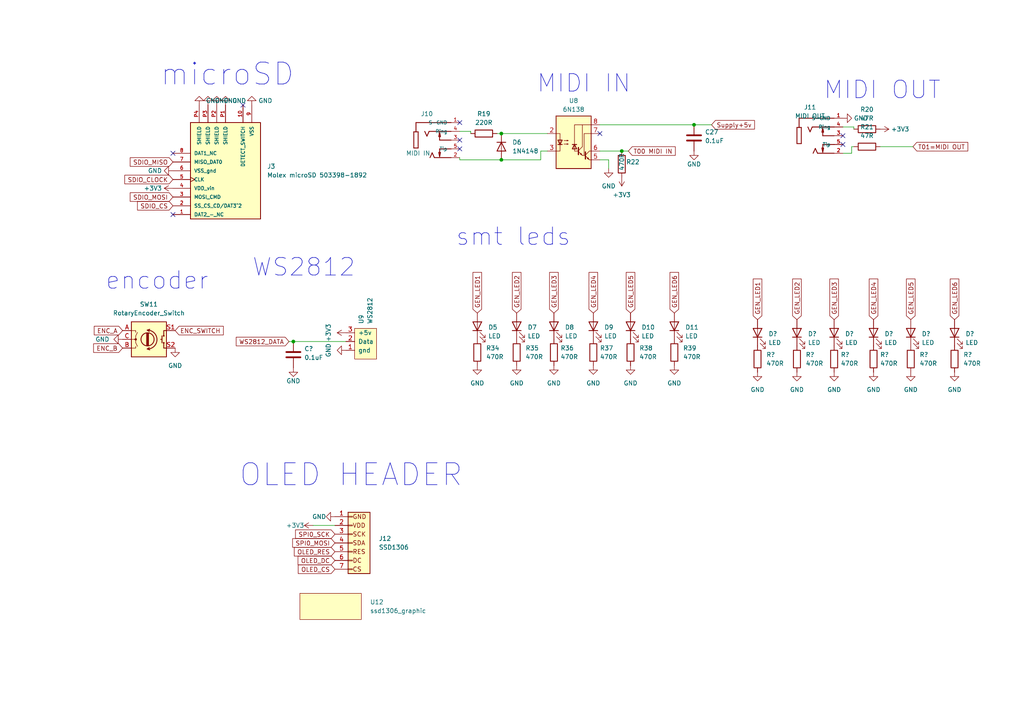
<source format=kicad_sch>
(kicad_sch (version 20211123) (generator eeschema)
  (paper "A4")
  (junction (at 414.655 113.665))
  (junction (at -207.645 20.32))
  (junction (at 201.295 36.195))
  (junction (at -116.205 -17.78))
  (junction (at 37.465 366.395))
  (junction (at 182.245 -41.275))
  (junction (at -60.325 -17.78))
  (junction (at 393.7 5.08))
  (junction (at 179.705 -41.275))
  (junction (at 414.655 106.045))
  (junction (at -184.785 38.1))
  (junction (at -184.785 10.16))
  (junction (at -198.12 2.54))
  (junction (at -214.63 113.03))
  (junction (at -102.87 -17.78))
  (junction (at 180.34 43.815))
  (junction (at -87.63 -17.78))
  (junction (at -174.625 24.13))
  (junction (at 145.415 38.735))
  (junction (at -130.81 13.97))
  (junction (at 85.09 99.06))
  (junction (at -113.665 111.76))
  (junction (at 55.245 400.05))
  (junction (at -199.39 113.03))
  (junction (at 145.415 46.355))
  (junction (at -118.745 6.35))
  (junction (at -118.11 98.425))
  (junction (at -168.275 113.03))
  (junction (at 380.365 5.08))
  (junction (at 394.335 32.385))
  (junction (at 381 32.385))
  (junction (at 361.95 32.385))
  (junction (at -162.56 38.1))
  (junction (at -184.15 113.03))
  (junction (at 399.415 113.665))
  (junction (at -207.645 2.54))
  (junction (at 399.415 64.77))
  (junction (at -130.81 6.35))
  (junction (at -118.11 109.22))
  (junction (at 403.225 67.31))
  (junction (at 414.655 121.285))
  (junction (at -174.625 38.1))
  (junction (at -130.81 -17.78))
  (junction (at -130.81 21.59))
  (no_connect (at -92.075 151.765))
  (no_connect (at 244.475 39.37))
  (no_connect (at 244.475 41.91))
  (no_connect (at 133.35 43.18))
  (no_connect (at 133.35 40.64))
  (no_connect (at 70.485 30.48))
  (no_connect (at 50.165 44.45))
  (no_connect (at 50.165 62.23))
  (no_connect (at -92.075 119.38))
  (no_connect (at -92.075 116.84))
  (no_connect (at 173.99 38.735))
  (no_connect (at -36.195 104.775))
  (no_connect (at -36.195 177.8))
  (no_connect (at -36.195 99.695))
  (no_connect (at -36.195 182.88))
  (no_connect (at -36.195 180.34))
  (no_connect (at 50.165 410.21))
  (no_connect (at 50.165 407.67))
  (no_connect (at 50.165 405.13))
  (no_connect (at 50.165 402.59))
  (no_connect (at -92.075 133.985))
  (no_connect (at -92.075 136.525))
  (no_connect (at -92.075 186.055))
  (no_connect (at -92.075 97.155))
  (no_connect (at -92.075 92.075))
  (no_connect (at -92.075 83.82))
  (no_connect (at -92.075 86.36))
  (no_connect (at 211.455 -28.575))
  (no_connect (at 50.165 400.05))
  (no_connect (at -92.075 114.3))
  (no_connect (at -36.195 107.95))
  (no_connect (at -92.075 163.195))
  (no_connect (at 411.48 64.77))
  (no_connect (at 411.48 67.31))
  (no_connect (at -36.195 133.35))
  (no_connect (at -36.195 135.89))
  (no_connect (at -36.195 97.155))
  (no_connect (at 211.455 -33.655))
  (no_connect (at 211.455 -31.115))
  (no_connect (at -36.195 170.18))
  (no_connect (at 211.455 -26.035))
  (no_connect (at 211.455 -23.495))
  (no_connect (at 50.165 397.51))
  (no_connect (at 62.865 274.955))
  (no_connect (at 45.085 274.955))
  (no_connect (at -36.195 185.42))
  (no_connect (at -92.075 160.655))
  (no_connect (at 133.35 35.56))
  (no_connect (at 359.41 72.39))
  (wire (pts (xy -178.435 7.62) (xy -181.61 7.62)))
  (wire (pts (xy 0.635 397.51) (xy 0.635 400.05)))
  (wire (pts (xy -130.81 6.35) (xy -118.745 6.35)))
  (wire (pts (xy -166.37 115.57) (xy -168.275 115.57)))
  (wire (pts (xy 384.81 80.01) (xy 388.62 80.01)))
  (wire (pts (xy 179.705 -41.275) (xy 182.245 -41.275)))
  (wire (pts (xy -212.09 2.54) (xy -207.645 2.54)))
  (wire (pts (xy -181.61 7.62) (xy -181.61 24.13)))
  (wire (pts (xy 201.295 36.195) (xy 206.375 36.195)))
  (wire (pts (xy 407.035 69.85) (xy 411.48 69.85)))
  (wire (pts (xy 133.35 38.1) (xy 136.525 38.1)))
  (wire (pts (xy 183.515 -33.655) (xy 72.39 -33.655)))
  (wire (pts (xy -207.645 2.54) (xy -198.12 2.54)))
  (wire (pts (xy -196.215 10.16) (xy -184.785 10.16)))
  (wire (pts (xy -181.61 24.13) (xy -174.625 24.13)))
  (wire (pts (xy 407.035 67.31) (xy 407.035 69.85)))
  (wire (pts (xy 173.355 -41.275) (xy 179.705 -41.275)))
  (wire (pts (xy -184.785 38.1) (xy -174.625 38.1)))
  (wire (pts (xy 346.71 72.39) (xy 346.71 67.31)))
  (wire (pts (xy -87.63 -17.78) (xy -60.325 -17.78)))
  (wire (pts (xy -184.785 5.08) (xy -178.435 5.08)))
  (wire (pts (xy 211.455 -38.735) (xy 236.22 -38.735)))
  (wire (pts (xy 159.385 -27.305) (xy 159.385 -26.035)))
  (wire (pts (xy 343.535 72.39) (xy 346.71 72.39)))
  (wire (pts (xy -168.275 113.03) (xy -166.37 113.03)))
  (wire (pts (xy 90.805 152.4) (xy 97.155 152.4)))
  (wire (pts (xy -198.12 20.32) (xy -207.645 20.32)))
  (wire (pts (xy 396.24 32.385) (xy 394.335 32.385)))
  (wire (pts (xy 351.155 82.55) (xy 359.41 82.55)))
  (wire (pts (xy 93.345 -31.115) (xy 93.345 -28.575)))
  (wire (pts (xy 381 32.385) (xy 379.095 32.385)))
  (wire (pts (xy 57.15 389.89) (xy 50.165 389.89)))
  (wire (pts (xy 384.81 85.09) (xy 393.7 85.09)))
  (wire (pts (xy 6.35 384.81) (xy 24.765 384.81)))
  (wire (pts (xy 414.655 121.285) (xy 424.815 121.285)))
  (wire (pts (xy 173.99 36.195) (xy 201.295 36.195)))
  (wire (pts (xy -184.785 10.16) (xy -184.785 5.08)))
  (wire (pts (xy -138.43 3.81) (xy -145.415 3.81)))
  (wire (pts (xy 182.245 -41.275) (xy 183.515 -41.275)))
  (wire (pts (xy 182.245 -38.735) (xy 182.245 -41.275)))
  (wire (pts (xy -184.15 113.03) (xy -168.275 113.03)))
  (wire (pts (xy 72.39 -33.655) (xy 72.39 -27.305)))
  (wire (pts (xy 332.105 64.77) (xy 335.915 64.77)))
  (wire (pts (xy 136.525 38.1) (xy 136.525 38.735)))
  (wire (pts (xy 332.105 80.01) (xy 335.915 80.01)))
  (wire (pts (xy 173.99 46.355) (xy 176.53 46.355)))
  (wire (pts (xy 111.125 -28.575) (xy 111.125 -27.94)))
  (wire (pts (xy 369.57 92.71) (xy 369.57 101.6)))
  (wire (pts (xy -118.11 98.425) (xy -118.11 101.6)))
  (wire (pts (xy 85.09 99.06) (xy 100.33 99.06)))
  (wire (pts (xy -113.665 98.425) (xy -113.665 104.14)))
  (wire (pts (xy 57.15 382.27) (xy 50.165 382.27)))
  (wire (pts (xy -152.4 38.1) (xy -152.4 19.685)))
  (wire (pts (xy -145.415 8.89) (xy -137.795 8.89)))
  (wire (pts (xy -301.625 21.59) (xy -292.735 21.59)))
  (wire (pts (xy -199.39 113.03) (xy -184.15 113.03)))
  (wire (pts (xy -14.605 392.43) (xy -14.605 389.89)))
  (wire (pts (xy -196.215 34.29) (xy -196.215 38.1)))
  (wire (pts (xy 37.465 361.315) (xy 37.465 366.395)))
  (wire (pts (xy 394.335 32.385) (xy 381 32.385)))
  (wire (pts (xy -60.325 -17.78) (xy -50.8 -17.78)))
  (wire (pts (xy 351.79 32.385) (xy 361.95 32.385)))
  (wire (pts (xy 159.385 -26.035) (xy 183.515 -26.035)))
  (wire (pts (xy 83.82 99.06) (xy 85.09 99.06)))
  (wire (pts (xy 351.79 69.85) (xy 359.41 69.85)))
  (wire (pts (xy 399.415 62.23) (xy 411.48 62.23)))
  (wire (pts (xy 156.845 46.355) (xy 156.845 43.815)))
  (wire (pts (xy -118.745 6.35) (xy -109.855 6.35)))
  (wire (pts (xy 144.145 38.735) (xy 145.415 38.735)))
  (wire (pts (xy 384.81 87.63) (xy 388.62 87.63)))
  (wire (pts (xy 247.015 42.545) (xy 247.015 44.45)))
  (wire (pts (xy -214.63 113.03) (xy -199.39 113.03)))
  (wire (pts (xy 62.865 282.575) (xy 81.28 282.575)))
  (wire (pts (xy 6.35 387.35) (xy 24.765 387.35)))
  (wire (pts (xy 57.15 387.35) (xy 50.165 387.35)))
  (wire (pts (xy -118.11 95.885) (xy -118.11 98.425)))
  (wire (pts (xy 37.465 366.395) (xy 37.465 377.19)))
  (wire (pts (xy 37.465 366.395) (xy 50.8 366.395)))
  (wire (pts (xy 403.86 5.08) (xy 393.7 5.08)))
  (wire (pts (xy 183.515 -28.575) (xy 111.125 -28.575)))
  (wire (pts (xy -207.645 17.78) (xy -207.645 20.32)))
  (wire (pts (xy -118.11 98.425) (xy -113.665 98.425)))
  (wire (pts (xy -198.12 10.16) (xy -198.12 20.32)))
  (wire (pts (xy 145.415 46.355) (xy 156.845 46.355)))
  (wire (pts (xy -307.975 19.05) (xy -299.72 19.05)))
  (wire (pts (xy 399.415 64.77) (xy 399.415 62.23)))
  (wire (pts (xy -137.795 8.89) (xy -137.795 13.97)))
  (wire (pts (xy 399.415 64.77) (xy 399.415 76.2)))
  (wire (pts (xy 145.415 38.735) (xy 158.75 38.735)))
  (wire (pts (xy 399.415 121.285) (xy 414.655 121.285)))
  (wire (pts (xy -174.625 24.13) (xy -174.625 26.67)))
  (wire (pts (xy 361.95 32.385) (xy 363.855 32.385)))
  (wire (pts (xy 247.015 44.45) (xy 244.475 44.45)))
  (wire (pts (xy 393.7 5.08) (xy 380.365 5.08)))
  (wire (pts (xy 264.795 42.545) (xy 255.27 42.545)))
  (wire (pts (xy 211.455 -36.195) (xy 236.22 -36.195)))
  (wire (pts (xy 179.705 -36.195) (xy 179.705 -41.275)))
  (wire (pts (xy 392.43 64.77) (xy 399.415 64.77)))
  (wire (pts (xy 363.855 34.925) (xy 361.95 34.925)))
  (wire (pts (xy 8.255 402.59) (xy 8.255 407.67)))
  (wire (pts (xy 247.65 36.83) (xy 247.65 37.465)))
  (wire (pts (xy 55.245 400.05) (xy 55.245 403.225)))
  (wire (pts (xy 351.79 69.85) (xy 351.79 80.01)))
  (wire (pts (xy -113.665 111.76) (xy -92.075 111.76)))
  (wire (pts (xy -168.275 115.57) (xy -168.275 113.03)))
  (wire (pts (xy 384.81 72.39) (xy 388.62 72.39)))
  (wire (pts (xy 130.175 -27.305) (xy 159.385 -27.305)))
  (wire (pts (xy -152.4 19.685) (xy -178.435 19.685)))
  (wire (pts (xy 369.57 101.6) (xy 388.62 101.6)))
  (wire (pts (xy 343.535 64.77) (xy 359.41 64.77)))
  (wire (pts (xy -174.625 34.29) (xy -174.625 38.1)))
  (wire (pts (xy 414.655 101.6) (xy 414.655 106.045)))
  (wire (pts (xy 133.35 46.355) (xy 133.35 45.72)))
  (wire (pts (xy -130.81 21.59) (xy -118.745 21.59)))
  (wire (pts (xy 244.475 36.83) (xy 247.65 36.83)))
  (wire (pts (xy 332.105 72.39) (xy 335.915 72.39)))
  (wire (pts (xy -118.745 21.59) (xy -118.745 13.97)))
  (wire (pts (xy 55.245 397.51) (xy 55.245 400.05)))
  (wire (pts (xy 393.7 85.09) (xy 393.7 101.6)))
  (wire (pts (xy 414.655 113.665) (xy 399.415 113.665)))
  (wire (pts (xy -184.785 26.67) (xy -184.785 10.16)))
  (wire (pts (xy 183.515 -38.735) (xy 182.245 -38.735)))
  (wire (pts (xy 380.365 5.08) (xy 379.095 5.08)))
  (wire (pts (xy -174.625 24.13) (xy -162.56 24.13)))
  (wire (pts (xy 403.225 67.31) (xy 407.035 67.31)))
  (wire (pts (xy -138.43 -17.78) (xy -138.43 3.81)))
  (wire (pts (xy -130.81 -17.78) (xy -116.205 -17.78)))
  (wire (pts (xy -145.415 11.43) (xy -144.145 11.43)))
  (wire (pts (xy -198.12 2.54) (xy -178.435 2.54)))
  (wire (pts (xy -132.715 6.35) (xy -130.81 6.35)))
  (wire (pts (xy 388.62 101.6) (xy 388.62 95.25)))
  (wire (pts (xy -118.11 109.22) (xy -92.075 109.22)))
  (wire (pts (xy 346.71 67.31) (xy 359.41 67.31)))
  (wire (pts (xy 55.245 400.05) (xy 57.15 400.05)))
  (wire (pts (xy 403.225 67.31) (xy 403.225 81.915)))
  (wire (pts (xy 247.65 42.545) (xy 247.015 42.545)))
  (wire (pts (xy -299.72 13.97) (xy -285.115 13.97)))
  (wire (pts (xy -178.435 19.685) (xy -178.435 10.16)))
  (wire (pts (xy 176.53 46.355) (xy 176.53 48.895)))
  (wire (pts (xy 183.515 -31.115) (xy 93.345 -31.115)))
  (wire (pts (xy -116.205 -17.78) (xy -102.87 -17.78)))
  (wire (pts (xy 24.765 392.43) (xy -14.605 392.43)))
  (wire (pts (xy 351.79 80.01) (xy 343.535 80.01)))
  (wire (pts (xy 57.15 392.43) (xy 50.165 392.43)))
  (wire (pts (xy 361.95 34.925) (xy 361.95 32.385)))
  (wire (pts (xy -196.215 38.1) (xy -184.785 38.1)))
  (wire (pts (xy 24.765 397.51) (xy 0.635 397.51)))
  (wire (pts (xy 183.515 -36.195) (xy 179.705 -36.195)))
  (wire (pts (xy -121.92 109.22) (xy -118.11 109.22)))
  (wire (pts (xy -102.87 -17.78) (xy -87.63 -17.78)))
  (wire (pts (xy -36.195 94.615) (xy -26.67 94.615)))
  (wire (pts (xy 392.43 67.31) (xy 403.225 67.31)))
  (wire (pts (xy 24.765 402.59) (xy 8.255 402.59)))
  (wire (pts (xy 17.145 407.67) (xy 24.765 407.67)))
  (wire (pts (xy -162.56 35.56) (xy -162.56 38.1)))
  (wire (pts (xy -184.785 34.29) (xy -184.785 38.1)))
  (wire (pts (xy 57.15 394.97) (xy 50.165 394.97)))
  (wire (pts (xy -300.355 8.89) (xy -285.115 8.89)))
  (wire (pts (xy 57.15 397.51) (xy 55.245 397.51)))
  (wire (pts (xy 156.845 43.815) (xy 158.75 43.815)))
  (wire (pts (xy 145.415 46.355) (xy 133.35 46.355)))
  (wire (pts (xy -292.1 19.05) (xy -285.115 19.05)))
  (wire (pts (xy -130.81 -17.78) (xy -138.43 -17.78)))
  (wire (pts (xy 399.415 106.045) (xy 414.655 106.045)))
  (wire (pts (xy 62.865 278.765) (xy 81.28 278.765)))
  (wire (pts (xy 57.15 384.81) (xy 50.165 384.81)))
  (wire (pts (xy -144.145 11.43) (xy -144.145 12.7)))
  (wire (pts (xy -121.92 111.76) (xy -113.665 111.76)))
  (wire (pts (xy 173.99 43.815) (xy 180.34 43.815)))
  (wire (pts (xy -231.775 113.03) (xy -214.63 113.03)))
  (wire (pts (xy -174.625 38.1) (xy -162.56 38.1)))
  (wire (pts (xy -196.215 26.67) (xy -196.215 10.16)))
  (wire (pts (xy 399.415 113.665) (xy 391.795 113.665)))
  (wire (pts (xy -137.795 13.97) (xy -130.81 13.97)))
  (wire (pts (xy 180.34 43.815) (xy 182.245 43.815)))
  (wire (pts (xy -207.645 20.32) (xy -207.645 22.225)))
  (wire (pts (xy -162.56 38.1) (xy -152.4 38.1)))
  (wire (pts (xy 393.7 101.6) (xy 414.655 101.6)))
  (wire (pts (xy -162.56 27.94) (xy -162.56 24.13)))
  (text "battery charge and 5v reg" (at -196.85 -25.4 0) (effects (font (size 6.35 6.35)) (justify left bottom)))
  (text "MIDI IN" (at 155.575 27.305 0) (effects (font (size 5.08 5.08)) (justify left bottom)))
  (text "MPR121, 0x5A i2c\nbuilt-in slider" (at -19.685 353.06 0) (effects (font (size 6.35 6.35)) (justify left bottom)))
  (text "PCA9554APW,118 0x38\nbuilt-in" (at 153.035 -59.055 0) (effects (font (size 6.35 6.35)) (justify left bottom)))
  (text "encoder" (at 30.48 84.455 0) (effects (font (size 5.08 5.08)) (justify left bottom)))
  (text "3.3v REG" (at -231.14 97.155 0) (effects (font (size 6.35 6.35)) (justify left bottom)))
  (text "microSD" (at 46.355 25.4 0) (effects (font (size 6.35 6.35)) (justify left bottom)))
  (text "smt leds" (at 132.08 71.755 0) (effects (font (size 5.08 5.08)) (justify left bottom)))
  (text "OLED HEADER" (at 69.215 141.605 0) (effects (font (size 6.35 6.35)) (justify left bottom)))
  (text "WS2812" (at 73.025 80.645 0) (effects (font (size 5.08 5.08)) (justify left bottom)))
  (text "PRESSURE, 0X28" (at 29.845 260.985 0) (effects (font (size 5.08 5.08)) (justify left bottom)))
  (text "MIDI OUT" (at 238.76 29.21 0) (effects (font (size 5.08 5.08)) (justify left bottom)))
  (text "USB-C input" (at -300.99 -23.495 0) (effects (font (size 6.35 6.35)) (justify left bottom)))
  (text "DAC - PCM5102A" (at 335.915 -4.445 0) (effects (font (size 6.35 6.35)) (justify left bottom)))
  (global_label "USB_Vin5v" (shape input) (at -212.09 2.54 180) (property "Intersheet References" "${INTERSHEET_REFS}" (effects hide)))
  (global_label "USB data in -" (shape input) (at -299.72 13.97 180) (property "Intersheet References" "${INTERSHEET_REFS}" (effects hide)))
  (global_label "USB data in -" (shape input) (at -36.195 144.78 0) (property "Intersheet References" "${INTERSHEET_REFS}" (effects hide)))
  (global_label "I2C_SCL" (shape input) (at 236.22 -36.195 0) (property "Intersheet References" "${INTERSHEET_REFS}" (effects hide)))
  (global_label "D3v3" (shape input) (at 408.94 5.08 0) (property "Intersheet References" "${INTERSHEET_REFS}" (effects hide)))
  (global_label "D3v3" (shape input) (at 372.11 59.69 90) (property "Intersheet References" "${INTERSHEET_REFS}" (effects hide)))
  (global_label "ENC_B" (shape input) (at -36.195 162.56 0) (property "Intersheet References" "${INTERSHEET_REFS}" (effects hide)))
  (global_label "Supply+5v" (shape input) (at -231.775 113.03 180) (property "Intersheet References" "${INTERSHEET_REFS}" (effects hide)))
  (global_label "OLED_CS" (shape input) (at 97.155 165.1 180) (property "Intersheet References" "${INTERSHEET_REFS}" (effects hide)))
  (global_label "I2S_DIN" (shape input) (at -92.075 94.615 180) (property "Intersheet References" "${INTERSHEET_REFS}" (effects hide)))
  (global_label "SDIO_CS" (shape input) (at 50.165 59.69 180) (property "Intersheet References" "${INTERSHEET_REFS}" (effects hide)))
  (global_label "GEN_LED2" (shape input) (at 231.14 92.71 90) (property "Intersheet References" "${INTERSHEET_REFS}" (effects hide)))
  (global_label "I2S_LRCK" (shape input) (at -92.075 99.695 180) (property "Intersheet References" "${INTERSHEET_REFS}" (effects hide)))
  (global_label "SDIO_MOSI" (shape input) (at -92.075 128.905 180) (property "Intersheet References" "${INTERSHEET_REFS}" (effects hide)))
  (global_label "GEN_LED5" (shape input) (at 182.88 90.805 90) (property "Intersheet References" "${INTERSHEET_REFS}" (effects hide)))
  (global_label "I2C_SDA" (shape input) (at 6.35 384.81 180) (property "Intersheet References" "${INTERSHEET_REFS}" (effects hide)))
  (global_label "SDIO_MISO" (shape input) (at 50.165 46.99 180) (property "Intersheet References" "${INTERSHEET_REFS}" (effects hide)))
  (global_label "OLED_RES" (shape input) (at -36.195 167.64 0) (property "Intersheet References" "${INTERSHEET_REFS}" (effects hide)))
  (global_label "GEN_LED1" (shape input) (at 219.71 92.71 90) (property "Intersheet References" "${INTERSHEET_REFS}" (effects hide)))
  (global_label "GEN_LED3" (shape input) (at -92.075 170.815 180) (property "Intersheet References" "${INTERSHEET_REFS}" (effects hide)))
  (global_label "USB data in +" (shape input) (at -300.355 8.89 180) (property "Intersheet References" "${INTERSHEET_REFS}" (effects hide)))
  (global_label "SDIO_CS" (shape input) (at -92.075 139.065 180) (property "Intersheet References" "${INTERSHEET_REFS}" (effects hide)))
  (global_label "SPI0_SCK" (shape input) (at -92.075 146.685 180) (property "Intersheet References" "${INTERSHEET_REFS}" (effects hide)))
  (global_label "GEN_LED5" (shape input) (at 264.16 92.71 90) (property "Intersheet References" "${INTERSHEET_REFS}" (effects hide)))
  (global_label "ENC_SWITCH" (shape input) (at -36.195 157.48 0) (property "Intersheet References" "${INTERSHEET_REFS}" (effects hide)))
  (global_label "Batt+" (shape input) (at -35.56 34.925 180) (property "Intersheet References" "${INTERSHEET_REFS}" (effects hide)))
  (global_label "ENC_A" (shape input) (at 35.56 95.885 180) (property "Intersheet References" "${INTERSHEET_REFS}" (effects hide)))
  (global_label "WS2812_DATA" (shape input) (at -92.075 183.515 180) (property "Intersheet References" "${INTERSHEET_REFS}" (effects hide)))
  (global_label "T00 MIDI IN" (shape input) (at 182.245 43.815 0) (property "Intersheet References" "${INTERSHEET_REFS}" (effects hide)))
  (global_label "I2C_SCL" (shape input) (at 6.35 387.35 180) (property "Intersheet References" "${INTERSHEET_REFS}" (effects hide)))
  (global_label "T01=MIDI OUT" (shape input) (at 264.795 42.545 0) (property "Intersheet References" "${INTERSHEET_REFS}" (effects hide)))
  (global_label "ENC_SWITCH" (shape input) (at 50.8 95.885 0) (property "Intersheet References" "${INTERSHEET_REFS}" (effects hide)))
  (global_label "I2C_SDA" (shape input) (at 236.22 -38.735 0) (property "Intersheet References" "${INTERSHEET_REFS}" (effects hide)))
  (global_label "A3v3" (shape input) (at 374.65 59.69 90) (property "Intersheet References" "${INTERSHEET_REFS}" (effects hide)))
  (global_label "GEN_LED4" (shape input) (at 253.365 92.71 90) (property "Intersheet References" "${INTERSHEET_REFS}" (effects hide)))
  (global_label "T00 MIDI IN" (shape input) (at -92.075 180.975 180) (property "Intersheet References" "${INTERSHEET_REFS}" (effects hide)))
  (global_label "SPI0_MOSI" (shape input) (at -92.075 149.225 180) (property "Intersheet References" "${INTERSHEET_REFS}" (effects hide)))
  (global_label "Supply+5v" (shape input) (at -50.8 -17.78 0) (property "Intersheet References" "${INTERSHEET_REFS}" (effects hide)))
  (global_label "Supply+5v" (shape input) (at 206.375 36.195 0) (property "Intersheet References" "${INTERSHEET_REFS}" (effects hide)))
  (global_label "GEN_LED3" (shape input) (at 160.655 90.805 90) (property "Intersheet References" "${INTERSHEET_REFS}" (effects hide)))
  (global_label "I2C_SDA" (shape input) (at 81.28 278.765 0) (property "Intersheet References" "${INTERSHEET_REFS}" (effects hide)))
  (global_label "D3v3" (shape input) (at 351.79 32.385 180) (property "Intersheet References" "${INTERSHEET_REFS}" (effects hide)))
  (global_label "I2C_SCL" (shape input) (at -121.92 109.22 180) (property "Intersheet References" "${INTERSHEET_REFS}" (effects hide)))
  (global_label "OLED_DC" (shape input) (at -36.195 165.1 0) (property "Intersheet References" "${INTERSHEET_REFS}" (effects hide)))
  (global_label "D3v3" (shape input) (at 351.155 82.55 180) (property "Intersheet References" "${INTERSHEET_REFS}" (effects hide)))
  (global_label "I2S_BCK" (shape input) (at 332.105 80.01 180) (property "Intersheet References" "${INTERSHEET_REFS}" (effects hide)))
  (global_label "OLED_RES" (shape input) (at 97.155 160.02 180) (property "Intersheet References" "${INTERSHEET_REFS}" (effects hide)))
  (global_label "USB_Vin5v" (shape input) (at -285.115 26.67 180) (property "Intersheet References" "${INTERSHEET_REFS}" (effects hide)))
  (global_label "I2S_BCK" (shape input) (at -92.075 102.235 180) (property "Intersheet References" "${INTERSHEET_REFS}" (effects hide)))
  (global_label "OLED_CS" (shape input) (at -92.075 154.305 180) (property "Intersheet References" "${INTERSHEET_REFS}" (effects hide)))
  (global_label "GEN_LED5" (shape input) (at -36.195 172.72 0) (property "Intersheet References" "${INTERSHEET_REFS}" (effects hide)))
  (global_label "D3v3" (shape input) (at 424.815 121.285 0) (property "Intersheet References" "${INTERSHEET_REFS}" (effects hide)))
  (global_label "GEN_LED1" (shape input) (at 138.43 90.805 90) (property "Intersheet References" "${INTERSHEET_REFS}" (effects hide)))
  (global_label "GEN_LED6" (shape input) (at -36.195 175.26 0) (property "Intersheet References" "${INTERSHEET_REFS}" (effects hide)))
  (global_label "SDIO_CLOCK" (shape input) (at 50.165 52.07 180) (property "Intersheet References" "${INTERSHEET_REFS}" (effects hide)))
  (global_label "GEN_LED2" (shape input) (at 149.86 90.805 90) (property "Intersheet References" "${INTERSHEET_REFS}" (effects hide)))
  (global_label "GEN_LED3" (shape input) (at 241.935 92.71 90) (property "Intersheet References" "${INTERSHEET_REFS}" (effects hide)))
  (global_label "A3v3" (shape input) (at 369.57 59.69 90) (property "Intersheet References" "${INTERSHEET_REFS}" (effects hide)))
  (global_label "Batt+" (shape input) (at -109.855 6.35 0) (property "Intersheet References" "${INTERSHEET_REFS}" (effects hide)))
  (global_label "OLED_DC" (shape input) (at 97.155 162.56 180) (property "Intersheet References" "${INTERSHEET_REFS}" (effects hide)))
  (global_label "I2C_SCL" (shape input) (at 81.28 282.575 0) (property "Intersheet References" "${INTERSHEET_REFS}" (effects hide)))
  (global_label "T01=MIDI OUT" (shape input) (at -92.075 178.435 180) (property "Intersheet References" "${INTERSHEET_REFS}" (effects hide)))
  (global_label "SDIO_MISO" (shape input) (at -92.075 131.445 180) (property "Intersheet References" "${INTERSHEET_REFS}" (effects hide)))
  (global_label "Supply+5v" (shape input) (at -36.195 149.86 0) (property "Intersheet References" "${INTERSHEET_REFS}" (effects hide)))
  (global_label "ENC_B" (shape input) (at 35.56 100.965 180) (property "Intersheet References" "${INTERSHEET_REFS}" (effects hide)))
  (global_label "GEN_LED6" (shape input) (at 195.58 90.805 90) (property "Intersheet References" "${INTERSHEET_REFS}" (effects hide)))
  (global_label "SPI0_SCK" (shape input) (at 97.155 154.94 180) (property "Intersheet References" "${INTERSHEET_REFS}" (effects hide)))
  (global_label "GEN_LED6" (shape input) (at 276.86 92.71 90) (property "Intersheet References" "${INTERSHEET_REFS}" (effects hide)))
  (global_label "GEN_LED1" (shape input) (at -92.075 168.275 180) (property "Intersheet References" "${INTERSHEET_REFS}" (effects hide)))
  (global_label "WS2812_DATA" (shape input) (at 83.82 99.06 180) (property "Intersheet References" "${INTERSHEET_REFS}" (effects hide)))
  (global_label "SPI0_MOSI" (shape input) (at 97.155 157.48 180) (property "Intersheet References" "${INTERSHEET_REFS}" (effects hide)))
  (global_label "ENC_A" (shape input) (at -36.195 160.02 0) (property "Intersheet References" "${INTERSHEET_REFS}" (effects hide)))
  (global_label "SDIO_CLOCK" (shape input) (at -92.075 126.365 180) (property "Intersheet References" "${INTERSHEET_REFS}" (effects hide)))
  (global_label "GEN_LED4" (shape input) (at -92.075 173.355 180) (property "Intersheet References" "${INTERSHEET_REFS}" (effects hide)))
  (global_label "I2S_DIN" (shape input) (at 332.105 72.39 180) (property "Intersheet References" "${INTERSHEET_REFS}" (effects hide)))
  (global_label "I2C_SDA" (shape input) (at -121.92 111.76 180) (property "Intersheet References" "${INTERSHEET_REFS}" (effects hide)))
  (global_label "A3v3" (shape input) (at 396.24 32.385 0) (property "Intersheet References" "${INTERSHEET_REFS}" (effects hide)))
  (global_label "USB data in +" (shape input) (at -36.195 147.32 0) (property "Intersheet References" "${INTERSHEET_REFS}" (effects hide)))
  (global_label "GEN_LED2" (shape input) (at -92.075 165.735 180) (property "Intersheet References" "${INTERSHEET_REFS}" (effects hide)))
  (global_label "SDIO_MOSI" (shape input) (at 50.165 57.15 180) (property "Intersheet References" "${INTERSHEET_REFS}" (effects hide)))
  (global_label "I2S_LRCK" (shape input) (at 332.105 64.77 180) (property "Intersheet References" "${INTERSHEET_REFS}" (effects hide)))
  (global_label "GEN_LED4" (shape input) (at 172.085 90.805 90) (property "Intersheet References" "${INTERSHEET_REFS}" (effects hide)))
  (symbol (lib_id "power:GND") (at 244.475 34.29 90) (unit 1)
    (property "Reference" "#PWR0166" (effects hide))
    (property "Value" "GND" (at 247.65 34.2899 90) (effects (justify right)))
  )
  (symbol (lib_id "Device:R") (at 140.335 38.735 90) (unit 1)
    (property "Reference" "R19" (at 140.335 33.02 90))
    (property "Value" "220R" (at 140.335 35.56 90))
    (property "Footprint" "Resistor_SMD:R_0805_2012Metric" (effects hide))
    (property "LCSC part number" "C17557" (effects hide))
  )
  (symbol (lib_id "power:GND") (at 130.175 -17.145 0) (unit 1)
    (property "Reference" "#PWR0187" (effects hide))
    (property "Value" "GND" (at 130.175 -10.795 0))
  )
  (symbol (lib_id "Device:C") (at 17.145 411.48 0) (unit 1)
    (property "Reference" "C24" (at 21.59 410.2099 0) (effects (justify left)))
    (property "Value" "0.1uF" (at 21.59 412.7499 0) (effects (justify left)))
    (property "Footprint" "Capacitor_SMD:C_0402_1005Metric" (effects hide))
    (property "LCSC part number" "C1525" (effects hide))
  )
  (symbol (lib_id "power:GND") (at -36.195 116.205 90) (unit 1)
    (property "Reference" "#PWR0129" (effects hide))
    (property "Value" "GND" (at -33.02 116.2049 90) (effects (justify right)))
  )
  (symbol (lib_id "clarinoid2:SSD1306") (at 102.235 157.48 0) (unit 1)
    (property "Reference" "J12" (at 109.855 156.2099 0) (effects (justify left)))
    (property "Value" "SSD1306" (at 109.855 158.7499 0) (effects (justify left)))
    (property "Footprint" "Connector_PinSocket_2.54mm:PinSocket_1x07_P2.54mm_Vertical" (effects hide))
    (property "LCSC part number" "-" (effects hide))
  )
  (symbol (lib_id "power:GND") (at -269.875 -11.43 180) (unit 1)
    (property "Reference" "#PWR0135" (effects hide))
    (property "Value" "GND" (at -269.875 -15.875 0))
  )
  (symbol (lib_id "Device:LED") (at 195.58 94.615 90) (unit 1)
    (property "Reference" "D11" (at 198.755 94.9324 90) (effects (justify right)))
    (property "Value" "LED" (at 198.755 97.4724 90) (effects (justify right)))
    (property "Footprint" "LED_SMD:LED_0603_1608Metric" (effects hide))
    (property "LCSC part number" "C72038" (effects hide))
  )
  (symbol (lib_id "power:GND") (at 394.335 40.005 0) (unit 1)
    (property "Reference" "#PWR0105" (effects hide))
    (property "Value" "GND" (at 394.335 45.72 0))
  )
  (symbol (lib_id "Device:R") (at -14.605 386.08 180) (unit 1)
    (property "Reference" "R4" (at -12.065 384.8099 0) (effects (justify right)))
    (property "Value" "10k" (at -12.065 387.3499 0) (effects (justify right)))
    (property "Footprint" "Resistor_SMD:R_0402_1005Metric" (effects hide))
    (property "LCSC part number" "C25744" (effects hide))
  )
  (symbol (lib_id "Device:R") (at 339.725 80.01 90) (unit 1)
    (property "Reference" "R3" (at 339.725 82.55 90))
    (property "Value" "22R" (at 339.725 77.47 90))
    (property "Footprint" "Resistor_SMD:R_0402_1005Metric" (effects hide))
    (property "LCSC part number" "C25092" (effects hide))
  )
  (symbol (lib_id "power:GND") (at 374.65 92.71 0) (unit 1)
    (property "Reference" "#PWR0112" (effects hide))
    (property "Value" "GND" (at 378.46 93.9799 0) (effects (justify left)))
  )
  (symbol (lib_id "power:GND") (at 195.58 106.045 0) (unit 1)
    (property "Reference" "#PWR0204" (effects hide))
    (property "Value" "GND" (at 195.58 111.125 0))
  )
  (symbol (lib_id "Device:LED") (at 276.86 96.52 90) (unit 1)
    (property "Reference" "D?" (at 280.035 96.8374 90) (effects (justify right)))
    (property "Value" "LED" (at 280.035 99.3774 90) (effects (justify right)))
    (property "Footprint" "LED_SMD:LED_0603_1608Metric" (effects hide))
    (property "LCSC part number" "C72038" (effects hide))
  )
  (symbol (lib_name "Switchcraft 35RAPC4BV4_1") (lib_id "clarinoid2:Switchcraft 35RAPC4BV4") (at 419.1 67.31 180) (unit 1)
    (property "Reference" "J1" (at 426.085 66.0399 0) (effects (justify right)))
    (property "Value" "Switchcraft 35RAPC4BV4" (at 426.085 68.5799 0) (effects (justify right)))
    (property "Footprint" "clarinoid2:SWITCHCRAFT_35RAPC4BV4" (effects hide))
    (property "STANDARD" "Manufacturer Recommendations" (effects hide))
    (property "PARTREV" "G" (effects hide))
    (property "MAXIMUM_PACKAGE_HIEGHT" "12.573mm" (effects hide))
    (property "MANUFACTURER" "Switchcraft Inc." (effects hide))
  )
  (symbol (lib_id "power:GND") (at 149.86 106.045 0) (unit 1)
    (property "Reference" "#PWR0201" (effects hide))
    (property "Value" "GND" (at 149.86 111.125 0))
  )
  (symbol (lib_id "power:GND") (at -130.81 -10.16 0) (unit 1)
    (property "Reference" "#PWR0134" (effects hide))
    (property "Value" "GND" (at -130.81 -5.08 0))
  )
  (symbol (lib_id "power:GND") (at 97.155 149.86 270) (unit 1)
    (property "Reference" "#PWR0155" (effects hide))
    (property "Value" "GND" (at 94.615 149.8599 90) (effects (justify right)))
  )
  (symbol (lib_id "Device:R") (at 388.62 64.77 90) (unit 1)
    (property "Reference" "R5" (at 389.255 62.865 90))
    (property "Value" "470R" (at 388.62 64.77 90))
    (property "Footprint" "Resistor_SMD:R_0402_1005Metric" (effects hide))
    (property "LCSC part number" "C25117" (effects hide))
  )
  (symbol (lib_id "power:GND") (at -87.63 -10.16 0) (unit 1)
    (property "Reference" "#PWR0139" (effects hide))
    (property "Value" "GND" (at -87.63 -5.08 0))
  )
  (symbol (lib_id "Device:LED") (at 264.16 96.52 90) (unit 1)
    (property "Reference" "D?" (at 267.335 96.8374 90) (effects (justify right)))
    (property "Value" "LED" (at 267.335 99.3774 90) (effects (justify right)))
    (property "Footprint" "LED_SMD:LED_0603_1608Metric" (effects hide))
    (property "LCSC part number" "C72038" (effects hide))
  )
  (symbol (lib_id "power:GND") (at 359.41 80.01 270) (unit 1)
    (property "Reference" "#PWR0118" (effects hide))
    (property "Value" "GND" (at 353.06 80.01 90) (effects (justify left)))
  )
  (symbol (lib_id "power:GND") (at 138.43 106.045 0) (unit 1)
    (property "Reference" "#PWR0202" (effects hide))
    (property "Value" "GND" (at 138.43 111.125 0))
  )
  (symbol (lib_id "Switch:SW_Push") (at 111.125 -22.86 90) (unit 1)
    (property "Reference" "SW4" (at 114.3 -24.1301 90) (effects (justify right)))
    (property "Value" "SW_Push" (at 114.3 -21.5901 90) (effects (justify right)))
    (property "Footprint" "SamacSys_Parts:B3F-4055" (effects hide))
    (property "LCSC part number" "C84931" (effects hide))
  )
  (symbol (lib_id "Device:LED") (at 241.935 96.52 90) (unit 1)
    (property "Reference" "D?" (at 245.11 96.8374 90) (effects (justify right)))
    (property "Value" "LED" (at 245.11 99.3774 90) (effects (justify right)))
    (property "Footprint" "LED_SMD:LED_0603_1608Metric" (effects hide))
    (property "LCSC part number" "C72038" (effects hide))
  )
  (symbol (lib_id "clarinoid2:Molex microSD 503398-1892") (at 67.945 48.26 180) (unit 1)
    (property "Reference" "J3" (at 77.47 48.2599 0) (effects (justify right)))
    (property "Value" "Molex microSD 503398-1892" (at 77.47 50.7999 0) (effects (justify right)))
    (property "Footprint" "clarinoid2:MOLEX_503398-1892" (effects hide))
    (property "LCSC part number" "C428492" (effects hide))
  )
  (symbol (lib_id "Regulator_Linear:TLV75733PDBV") (at -158.75 115.57 0) (unit 1)
    (property "Reference" "U11" (at -158.75 105.41 0))
    (property "Value" "TLV75733PDBV" (at -158.75 107.95 0))
    (property "Footprint" "Package_TO_SOT_SMD:SOT-23-5" (effects hide))
    (property "Datasheet" "https://www.ti.com/lit/ds/symlink/tlv757p.pdf" (effects hide))
    (property "LCSC part number" "C485517" (effects hide))
  )
  (symbol (lib_id "power:+3.3V") (at -14.605 382.27 0) (unit 1)
    (property "Reference" "#PWR0153" (effects hide))
    (property "Value" "+3.3V" (at -12.065 380.9999 0) (effects (justify left)))
  )
  (symbol (lib_id "clarinoid2:PCM5102") (at 372.11 74.93 0) (unit 1)
    (property "Reference" "U1" (at 376.6694 57.15 0) (effects (justify left)))
    (property "Value" "PCM5102A" (at 376.6694 59.69 0) (effects (justify left)))
    (property "Footprint" "Package_SO:TSSOP-20_4.4x6.5mm_P0.65mm" (effects hide))
    (property "Datasheet" "http://www.ti.com/lit/ds/symlink/pcm5102.pdf" (effects hide))
    (property "LCSC part number" "C107671" (effects hide))
  )
  (symbol (lib_id "Device:R") (at 182.88 102.235 0) (unit 1)
    (property "Reference" "R38" (at 185.42 100.9649 0) (effects (justify left)))
    (property "Value" "470R" (at 185.42 103.5049 0) (effects (justify left)))
    (property "Footprint" "Resistor_SMD:R_0402_1005Metric" (effects hide))
    (property "LCSC part number" "C25117" (effects hide))
  )
  (symbol (lib_id "Device:R") (at 219.71 104.14 0) (unit 1)
    (property "Reference" "R?" (at 222.25 102.8699 0) (effects (justify left)))
    (property "Value" "470R" (at 222.25 105.4099 0) (effects (justify left)))
    (property "Footprint" "Resistor_SMD:R_0402_1005Metric" (effects hide))
    (property "LCSC part number" "C25117" (effects hide))
  )
  (symbol (lib_id "Device:C") (at -118.745 10.16 0) (unit 1)
    (property "Reference" "C19" (at -114.3 8.8899 0) (effects (justify left)))
    (property "Value" "22uF" (at -114.3 11.4299 0) (effects (justify left)))
    (property "Footprint" "Capacitor_SMD:C_0603_1608Metric" (effects hide))
    (property "LCSC part number" "C59461" (effects hide))
  )
  (symbol (lib_id "Device:Battery_Cell") (at -35.56 40.005 0) (unit 1)
    (property "Reference" "BT1" (at -30.48 36.7029 0) (effects (justify left)))
    (property "Value" "Battery_Cell" (at -30.48 39.2429 0) (effects (justify left)))
    (property "Footprint" "Battery:BatteryHolder_Keystone_1042_1x18650" (effects hide))
  )
  (symbol (lib_id "Device:R") (at 138.43 102.235 0) (unit 1)
    (property "Reference" "R34" (at 140.97 100.9649 0) (effects (justify left)))
    (property "Value" "470R" (at 140.97 103.5049 0) (effects (justify left)))
    (property "Footprint" "Resistor_SMD:R_0402_1005Metric" (effects hide))
    (property "LCSC part number" "C25117" (effects hide))
  )
  (symbol (lib_id "power:GND") (at 183.515 -23.495 270) (unit 1)
    (property "Reference" "#PWR0121" (effects hide))
    (property "Value" "GND" (at 180.34 -23.4951 90) (effects (justify right)))
  )
  (symbol (lib_id "power:GND") (at 372.11 92.71 0) (unit 1)
    (property "Reference" "#PWR0111" (effects hide))
    (property "Value" "GND" (at 372.11 98.425 0))
  )
  (symbol (lib_id "Mechanical:MountingHole") (at -76.835 68.58 0) (unit 1)
    (property "Reference" "H1" (at -74.295 67.3099 0) (effects (justify left)))
    (property "Value" "M.2 riser SMTSO2530CTJ " (at -74.295 69.8499 0) (effects (justify left)))
    (property "Footprint" "clarinoid2:Wurth_9774025151_M2.5_spacer_for_micromod" (effects hide))
    (property "LCSC part number" "C2915631" (effects hide))
  )
  (symbol (lib_id "Switch:SW_Push") (at 130.175 -22.225 90) (unit 1)
    (property "Reference" "SW5" (at 133.35 -23.4951 90) (effects (justify right)))
    (property "Value" "SW_Push" (at 133.35 -20.9551 90) (effects (justify right)))
    (property "Footprint" "SamacSys_Parts:B3F-4055" (effects hide))
    (property "LCSC part number" "C84931" (effects hide))
  )
  (symbol (lib_id "power:GND") (at 50.8 374.015 0) (unit 1)
    (property "Reference" "#PWR0160" (effects hide))
    (property "Value" "GND" (at 52.705 375.2849 0) (effects (justify left)))
  )
  (symbol (lib_id "clarinoidSymbols:HoneywellABPMAND001PG2A3") (at 53.975 278.765 0) (unit 1)
    (property "Reference" "U10" (at 53.975 266.065 0))
    (property "Value" "Pressure1_0x28_I2C0" (at 53.975 268.605 0))
    (property "Footprint" "SamacSys_Parts:ABPMAND001PG2A3" (effects hide))
    (property "LCSC part number" "-" (effects hide))
  )
  (symbol (lib_id "power:GND") (at -262.255 -11.43 180) (unit 1)
    (property "Reference" "#PWR0136" (effects hide))
    (property "Value" "GND" (at -262.255 -15.875 0))
  )
  (symbol (lib_id "Device:LED") (at 160.655 94.615 90) (unit 1)
    (property "Reference" "D8" (at 163.83 94.9324 90) (effects (justify right)))
    (property "Value" "LED" (at 163.83 97.4724 90) (effects (justify right)))
    (property "Footprint" "LED_SMD:LED_0603_1608Metric" (effects hide))
    (property "LCSC part number" "C72038" (effects hide))
  )
  (symbol (lib_id "Device:C") (at 201.295 40.005 0) (unit 1)
    (property "Reference" "C27" (at 204.47 38.3031 0) (effects (justify left)))
    (property "Value" "0.1uF" (at 204.47 40.8431 0) (effects (justify left)))
    (property "Footprint" "Capacitor_SMD:C_0402_1005Metric" (effects hide))
    (property "LCSC part number" "C1525" (effects hide))
  )
  (symbol (lib_id "Device:C") (at -102.87 -13.97 0) (unit 1)
    (property "Reference" "C21" (at -97.79 -15.2401 0) (effects (justify left)))
    (property "Value" "22uF" (at -97.79 -12.7001 0) (effects (justify left)))
    (property "Footprint" "Capacitor_SMD:C_0603_1608Metric" (effects hide))
    (property "LCSC part number" "C59461" (effects hide))
  )
  (symbol (lib_id "power:+3.3V") (at 379.095 5.08 90) (unit 1)
    (property "Reference" "#PWR0107" (effects hide))
    (property "Value" "+3.3V" (at 376.555 5.0799 90) (effects (justify left)))
  )
  (symbol (lib_id "power:GND") (at 264.16 107.95 0) (unit 1)
    (property "Reference" "#PWR?" (effects hide))
    (property "Value" "GND" (at 264.16 113.03 0))
  )
  (symbol (lib_id "power:GND") (at -207.645 22.225 0) (unit 1)
    (property "Reference" "#PWR0145" (effects hide))
    (property "Value" "GND" (at -207.645 27.305 0))
  )
  (symbol (lib_id "power:GND") (at -184.15 120.65 0) (unit 1)
    (property "Reference" "#PWR0205" (effects hide))
    (property "Value" "GND" (at -184.15 125.73 0))
  )
  (symbol (lib_id "Device:R") (at 231.14 104.14 0) (unit 1)
    (property "Reference" "R?" (at 233.68 102.8699 0) (effects (justify left)))
    (property "Value" "470R" (at 233.68 105.4099 0) (effects (justify left)))
    (property "Footprint" "Resistor_SMD:R_0402_1005Metric" (effects hide))
    (property "LCSC part number" "C25117" (effects hide))
  )
  (symbol (lib_id "power:GND") (at -36.195 118.745 90) (unit 1)
    (property "Reference" "#PWR0130" (effects hide))
    (property "Value" "GND" (at -33.02 118.7449 90) (effects (justify right)))
  )
  (symbol (lib_id "Device:LED") (at 253.365 96.52 90) (unit 1)
    (property "Reference" "D?" (at 256.54 96.8374 90) (effects (justify right)))
    (property "Value" "LED" (at 256.54 99.3774 90) (effects (justify right)))
    (property "Footprint" "LED_SMD:LED_0603_1608Metric" (effects hide))
    (property "LCSC part number" "C72038" (effects hide))
  )
  (symbol (lib_id "Device:C") (at -130.81 -13.97 0) (unit 1)
    (property "Reference" "C17" (at -125.73 -15.2401 0) (effects (justify left)))
    (property "Value" "22uF" (at -125.73 -12.7001 0) (effects (justify left)))
    (property "Footprint" "Capacitor_SMD:C_0603_1608Metric" (effects hide))
    (property "LCSC part number" "C59461" (effects hide))
  )
  (symbol (lib_id "Device:C") (at 388.62 76.2 0) (unit 1)
    (property "Reference" "C7" (at 393.7 74.9299 0) (effects (justify left)))
    (property "Value" "2.2uF" (at 393.7 77.4699 0) (effects (justify left)))
    (property "Footprint" "Capacitor_SMD:C_0402_1005Metric" (effects hide))
    (property "LCSC part number" "C12530" (effects hide))
  )
  (symbol (lib_id "power:GND") (at -35.56 42.545 270) (unit 1)
    (property "Reference" "#PWR0170" (effects hide))
    (property "Value" "GND" (at -37.465 42.5449 90) (effects (justify right)))
  )
  (symbol (lib_id "Device:C") (at -130.81 17.78 0) (unit 1)
    (property "Reference" "C18" (at -125.73 16.5099 0) (effects (justify left)))
    (property "Value" "22uF" (at -125.73 19.0499 0) (effects (justify left)))
    (property "Footprint" "Capacitor_SMD:C_0603_1608Metric" (effects hide))
    (property "LCSC part number" "C59461" (effects hide))
  )
  (symbol (lib_id "power:GND") (at -145.415 1.27 180) (unit 1)
    (property "Reference" "#PWR0171" (effects hide))
    (property "Value" "GND" (at -145.415 -3.81 0))
  )
  (symbol (lib_id "Device:C") (at -87.63 -13.97 0) (unit 1)
    (property "Reference" "C22" (at -82.55 -15.2401 0) (effects (justify left)))
    (property "Value" "22uF" (at -82.55 -12.7001 0) (effects (justify left)))
    (property "Footprint" "Capacitor_SMD:C_0603_1608Metric" (effects hide))
    (property "LCSC part number" "C59461" (effects hide))
  )
  (symbol (lib_id "Device:C") (at 394.335 36.195 0) (unit 1)
    (property "Reference" "C4" (at 399.415 34.9249 0) (effects (justify left)))
    (property "Value" "0.1uF" (at 399.415 37.4649 0) (effects (justify left)))
    (property "Footprint" "Capacitor_SMD:C_0402_1005Metric" (effects hide))
    (property "LCSC part number" "C1525" (effects hide))
  )
  (symbol (lib_id "power:GND") (at 55.245 403.225 0) (unit 1)
    (property "Reference" "#PWR0106" (effects hide))
    (property "Value" "GND" (at 57.785 404.4949 0) (effects (justify left)))
  )
  (symbol (lib_id "power:GND") (at 35.56 98.425 270) (unit 1)
    (property "Reference" "#PWR0197" (effects hide))
    (property "Value" "GND" (at 31.75 98.4249 90) (effects (justify right)))
  )
  (symbol (lib_id "Device:C") (at 403.225 85.725 0) (unit 1)
    (property "Reference" "C12" (at 408.305 84.4549 0) (effects (justify left)))
    (property "Value" "2.2uF" (at 408.305 86.9949 0) (effects (justify left)))
    (property "Footprint" "Capacitor_SMD:C_0402_1005Metric" (effects hide))
    (property "LCSC part number" "C12530" (effects hide))
  )
  (symbol (lib_id "power:GND") (at 93.345 -18.415 0) (unit 1)
    (property "Reference" "#PWR0182" (effects hide))
    (property "Value" "GND" (at 93.345 -12.065 0))
  )
  (symbol (lib_id "power:+3.3V") (at 255.27 37.465 270) (unit 1)
    (property "Reference" "#PWR0154" (effects hide))
    (property "Value" "+3.3V" (at 258.445 37.4649 90) (effects (justify left)))
  )
  (symbol (lib_id "power:GND") (at 50.8 100.965 0) (unit 1)
    (property "Reference" "#PWR0198" (effects hide))
    (property "Value" "GND" (at 50.8 106.045 0))
  )
  (symbol (lib_id "clarinoid2:WS2812") (at 109.22 100.33 90) (unit 1)
    (property "Reference" "U9" (at 104.7749 93.98 0) (effects (justify left)))
    (property "Value" "WS2812" (at 107.3149 93.98 0) (effects (justify left)))
    (property "Footprint" "Connector_PinSocket_2.54mm:PinSocket_1x03_P2.54mm_Vertical" (effects hide))
    (property "LCSC part number" "-" (effects hide))
  )
  (symbol (lib_id "Device:R") (at 149.86 102.235 0) (unit 1)
    (property "Reference" "R35" (at 152.4 100.9649 0) (effects (justify left)))
    (property "Value" "470R" (at 152.4 103.5049 0) (effects (justify left)))
    (property "Footprint" "Resistor_SMD:R_0402_1005Metric" (effects hide))
    (property "LCSC part number" "C25117" (effects hide))
  )
  (symbol (lib_id "power:GND") (at 60.325 30.48 180) (unit 1)
    (property "Reference" "#PWR0148" (effects hide))
    (property "Value" "GND" (at 62.23 29.2099 0) (effects (justify right)))
  )
  (symbol (lib_id "power:+3.3V") (at -151.13 113.03 270) (unit 1)
    (property "Reference" "#PWR0209" (effects hide))
    (property "Value" "+3.3V" (at -147.955 113.0299 90) (effects (justify left)))
  )
  (symbol (lib_id "power:GND") (at 50.165 49.53 270) (unit 1)
    (property "Reference" "#PWR0151" (effects hide))
    (property "Value" "GND" (at 46.99 49.5299 90) (effects (justify right)))
  )
  (symbol (lib_id "power:GND") (at 8.255 415.29 0) (unit 1)
    (property "Reference" "#PWR0164" (effects hide))
    (property "Value" "GND" (at 10.16 416.5599 0) (effects (justify left)))
  )
  (symbol (lib_id "power:GND") (at -60.325 -10.16 0) (unit 1)
    (property "Reference" "#PWR0141" (effects hide))
    (property "Value" "GND" (at -60.325 -5.08 0))
  )
  (symbol (lib_id "power:GND") (at 359.41 77.47 270) (unit 1)
    (property "Reference" "#PWR0117" (effects hide))
    (property "Value" "GND" (at 353.06 77.47 90) (effects (justify left)))
  )
  (symbol (lib_id "power:GND") (at -158.75 123.19 0) (unit 1)
    (property "Reference" "#PWR0206" (effects hide))
    (property "Value" "GND" (at -158.75 128.27 0))
  )
  (symbol (lib_id "Device:R") (at 339.725 64.77 90) (unit 1)
    (property "Reference" "R1" (at 339.725 63.5 90))
    (property "Value" "22R" (at 339.09 66.675 90))
    (property "Footprint" "Resistor_SMD:R_0402_1005Metric" (effects hide))
    (property "LCSC part number" "C25092" (effects hide))
  )
  (symbol (lib_id "power:GND") (at 276.86 107.95 0) (unit 1)
    (property "Reference" "#PWR?" (effects hide))
    (property "Value" "GND" (at 276.86 113.03 0))
  )
  (symbol (lib_id "power:GND") (at 37.465 417.83 0) (unit 1)
    (property "Reference" "#PWR0124" (effects hide))
    (property "Value" "GND" (at 37.465 424.18 0))
  )
  (symbol (lib_id "Device:R") (at -295.91 19.05 90) (unit 1)
    (property "Reference" "R7" (at -295.91 14.605 90))
    (property "Value" "5.1k" (at -295.91 17.145 90))
    (property "Footprint" "Resistor_SMD:R_0402_1005Metric" (effects hide))
    (property "LCSC part number" "C25905" (effects hide))
  )
  (symbol (lib_id "power:GND") (at 111.125 -17.78 0) (unit 1)
    (property "Reference" "#PWR0186" (effects hide))
    (property "Value" "GND" (at 111.125 -11.43 0))
  )
  (symbol (lib_id "power:GND") (at 62.865 30.48 180) (unit 1)
    (property "Reference" "#PWR0146" (effects hide))
    (property "Value" "GND" (at 64.77 29.2099 0) (effects (justify right)))
  )
  (symbol (lib_id "power:GND") (at 17.145 415.29 0) (unit 1)
    (property "Reference" "#PWR0163" (effects hide))
    (property "Value" "GND" (at 19.05 416.5599 0) (effects (justify left)))
  )
  (symbol (lib_id "power:GND") (at 182.88 106.045 0) (unit 1)
    (property "Reference" "#PWR0203" (effects hide))
    (property "Value" "GND" (at 182.88 111.125 0))
  )
  (symbol (lib_id "Device:C") (at 393.7 8.89 0) (unit 1)
    (property "Reference" "C6" (at 398.78 7.6199 0) (effects (justify left)))
    (property "Value" "0.1uF" (at 398.78 10.1599 0) (effects (justify left)))
    (property "Footprint" "Capacitor_SMD:C_0402_1005Metric" (effects hide))
    (property "LCSC part number" "C1525" (effects hide))
  )
  (symbol (lib_id "power:+3.3V") (at 90.805 152.4 90) (unit 1)
    (property "Reference" "#PWR0172" (effects hide))
    (property "Value" "+3.3V" (at 88.265 152.3999 90) (effects (justify left)))
  )
  (symbol (lib_id "Device:R") (at 339.725 72.39 90) (unit 1)
    (property "Reference" "R2" (at 339.725 70.485 90))
    (property "Value" "22R" (at 339.725 74.295 90))
    (property "Footprint" "Resistor_SMD:R_0402_1005Metric" (effects hide))
    (property "LCSC part number" "C25092" (effects hide))
  )
  (symbol (lib_id "Device:C") (at -214.63 116.84 0) (unit 1)
    (property "Reference" "C26" (at -209.55 115.5699 0) (effects (justify left)))
    (property "Value" "10uF" (at -209.55 118.1099 0) (effects (justify left)))
    (property "Footprint" "Capacitor_SMD:C_0402_1005Metric" (effects hide))
    (property "LCSC part number" "C15525" (effects hide))
  )
  (symbol (lib_id "clarinoid2:XKB tactile switch jlcpcb TS-1187A-B-A-B") (at -144.145 27.94 90) (unit 1)
    (property "Reference" "SW1" (at -140.97 26.6699 90) (effects (justify right)))
    (property "Value" "SW_Push" (at -140.97 29.2099 90) (effects (justify right)))
    (property "Footprint" "clarinoid2:XKB switch jlcpcb SW_TS-1187A-B-A-B" (effects hide))
    (property "LCSC part number" "C84931" (effects hide))
    (property "STANDARD" "Manufacturer Recommendations" (effects hide))
    (property "MANUFACTURER" "XKB Industrial Precision" (effects hide))
    (property "MAXIMUM_PACKAGE_HEIGHT" "1.5mm" (effects hide))
    (property "PARTREV" "A0" (effects hide))
  )
  (symbol (lib_id "clarinoid2:Injoinic IP5306 battery charge") (at -161.925 6.35 0) (unit 1)
    (property "Reference" "IC2" (at -161.925 -5.08 0))
    (property "Value" "Injoinic IP5306 battery charge" (at -161.925 -2.54 0))
    (property "Footprint" "SamacSys_Parts:SOIC127P599X155-9N" (effects hide))
    (property "Datasheet" "http://www.injoinic.com/wwwroot/uploads/files/20200221/0405f23c247a34d3990ae100c8b20a27.pdf" (effects hide))
    (property "LCSC part number" "C181692" (effects hide))
  )
  (symbol (lib_id "Switch:SW_Push") (at 93.345 -23.495 90) (unit 1)
    (property "Reference" "SW3" (at 96.52 -24.7651 90) (effects (justify right)))
    (property "Value" "SW_Push" (at 96.52 -22.2251 90) (effects (justify right)))
    (property "Footprint" "SamacSys_Parts:B3F-4055" (effects hide))
    (property "LCSC part number" "C84931" (effects hide))
  )
  (symbol (lib_id "power:GND") (at -102.87 -10.16 0) (unit 1)
    (property "Reference" "#PWR0140" (effects hide))
    (property "Value" "GND" (at -102.87 -5.08 0))
  )
  (symbol (lib_id "Device:R") (at -144.145 16.51 0) (unit 1)
    (property "Reference" "R10" (at -140.97 15.2399 0) (effects (justify left)))
    (property "Value" "10k" (at -140.97 17.7799 0) (effects (justify left)))
    (property "Footprint" "Resistor_SMD:R_0402_1005Metric" (effects hide))
    (property "LCSC part number" "C25744" (effects hide))
  )
  (symbol (lib_id "power:GND") (at -36.195 113.665 90) (unit 1)
    (property "Reference" "#PWR0128" (effects hide))
    (property "Value" "GND" (at -33.02 113.6649 90) (effects (justify right)))
  )
  (symbol (lib_id "power:+3.3V") (at 100.33 96.52 90) (unit 1)
    (property "Reference" "#PWR0189" (effects hide))
    (property "Value" "+3.3V" (at 95.25 96.52 0))
  )
  (symbol (lib_id "Device:LED") (at 138.43 94.615 90) (unit 1)
    (property "Reference" "D5" (at 141.605 94.9324 90) (effects (justify right)))
    (property "Value" "LED" (at 141.605 97.4724 90) (effects (justify right)))
    (property "Footprint" "LED_SMD:LED_0603_1608Metric" (effects hide))
    (property "LCSC part number" "C72038" (effects hide))
  )
  (symbol (lib_id "power:GND") (at 241.935 107.95 0) (unit 1)
    (property "Reference" "#PWR?" (effects hide))
    (property "Value" "GND" (at 241.935 113.03 0))
  )
  (symbol (lib_id "pspice:INDUCTOR") (at -139.065 6.35 0) (unit 1)
    (property "Reference" "L1" (at -139.065 0 0))
    (property "Value" "1uH" (at -139.065 2.54 0))
    (property "Footprint" "clarinoid2:Inductor_MCS0630-1R0MN2" (effects hide))
    (property "LCSC part number" "C385251" (effects hide))
  )
  (symbol (lib_id "Device:C") (at 388.62 91.44 0) (unit 1)
    (property "Reference" "C8" (at 393.7 90.1699 0) (effects (justify left)))
    (property "Value" "2.2uF" (at 393.7 92.7099 0) (effects (justify left)))
    (property "Footprint" "Capacitor_SMD:C_0402_1005Metric" (effects hide))
    (property "LCSC part number" "C12530" (effects hide))
  )
  (symbol (lib_id "Device:C") (at -184.15 116.84 0) (unit 1)
    (property "Reference" "C29" (at -177.8 115.5699 0) (effects (justify left)))
    (property "Value" "0.1uF" (at -177.8 118.1099 0) (effects (justify left)))
    (property "Footprint" "Capacitor_SMD:C_0603_1608Metric" (effects hide))
    (property "LCSC part number" "C14663" (effects hide))
  )
  (symbol (lib_id "power:GND") (at 411.48 72.39 270) (unit 1)
    (property "Reference" "#PWR0113" (effects hide))
    (property "Value" "GND" (at 409.575 72.3899 90) (effects (justify right)))
  )
  (symbol (lib_id "power:GND") (at 176.53 48.895 0) (unit 1)
    (property "Reference" "#PWR0167" (effects hide))
    (property "Value" "GND" (at 176.53 53.975 0))
  )
  (symbol (lib_id "Device:RotaryEncoder_Switch") (at 43.18 98.425 0) (unit 1)
    (property "Reference" "SW11" (at 43.18 88.265 0))
    (property "Value" "RotaryEncoder_Switch" (at 43.18 90.805 0))
    (property "Footprint" "Rotary_Encoder:RotaryEncoder_Alps_EC11E-Switch_Vertical_H20mm" (effects hide))
  )
  (symbol (lib_id "Device:C") (at -198.12 6.35 0) (unit 1)
    (property "Reference" "C16" (at -193.675 5.0799 0) (effects (justify left)))
    (property "Value" "10uF" (at -193.675 7.6199 0) (effects (justify left)))
    (property "Footprint" "Capacitor_SMD:C_0402_1005Metric" (effects hide))
    (property "LCSC part number" "C15525" (effects hide))
  )
  (symbol (lib_id "Device:LED") (at -162.56 31.75 270) (unit 1)
    (property "Reference" "D4" (at -158.75 28.8924 90) (effects (justify left)))
    (property "Value" "100%" (at -158.75 31.4324 90) (effects (justify left)))
    (property "Footprint" "LED_SMD:LED_0805_2012Metric" (effects hide))
    (property "LCSC part number" "C84256" (effects hide))
  )
  (symbol (lib_id "Device:R") (at -118.11 105.41 0) (unit 1)
    (property "Reference" "R?" (at -114.935 104.1399 0) (effects (justify left)))
    (property "Value" "4.7k" (at -114.935 106.6799 0) (effects (justify left)))
    (property "Footprint" "Resistor_SMD:R_0402_1005Metric" (effects hide))
  )
  (symbol (lib_id "power:+3.3V") (at 45.085 278.765 90) (unit 1)
    (property "Reference" "#PWR0185" (effects hide))
    (property "Value" "+3.3V" (at 41.91 278.7649 90) (effects (justify left)))
  )
  (symbol (lib_id "Device:R") (at 388.62 67.31 90) (unit 1)
    (property "Reference" "R6" (at 388.62 69.215 90))
    (property "Value" "470R" (at 388.62 67.945 90))
    (property "Footprint" "Resistor_SMD:R_0402_1005Metric" (effects hide))
    (property "LCSC part number" "C25117" (effects hide))
  )
  (symbol (lib_id "Device:C") (at 85.09 102.87 0) (unit 1)
    (property "Reference" "C?" (at 88.265 101.1681 0) (effects (justify left)))
    (property "Value" "0.1uF" (at 88.265 103.7081 0) (effects (justify left)))
    (property "Footprint" "Capacitor_SMD:C_0402_1005Metric" (effects hide))
    (property "LCSC part number" "C1525" (effects hide))
  )
  (symbol (lib_id "power:GND") (at -301.625 21.59 0) (unit 1)
    (property "Reference" "#PWR0138" (effects hide))
    (property "Value" "GND" (at -301.625 27.305 0))
  )
  (symbol (lib_id "power:GND") (at -11.43 94.615 90) (unit 1)
    (property "Reference" "#PWR0219" (effects hide))
    (property "Value" "GND" (at -8.255 94.6149 90) (effects (justify right)))
  )
  (symbol (lib_id "power:+3.3V") (at 180.34 51.435 180) (unit 1)
    (property "Reference" "#PWR0168" (effects hide))
    (property "Value" "+3.3V" (at 180.34 56.515 0))
  )
  (symbol (lib_id "Sensor_Touch:MPR121QR2") (at 37.465 397.51 0) (unit 1)
    (property "Reference" "U4" (at 39.4844 374.65 0) (effects (justify left)))
    (property "Value" "MPR121, 0x5A" (at 39.4844 377.19 0) (effects (justify left)))
    (property "Footprint" "Package_DFN_QFN:UQFN-20_3x3mm_P0.4mm" (effects hide))
    (property "Datasheet" "https://resurgentsemi.com/wp-content/uploads/2018/09/MPR121_rev5-Resurgent.pdf?d453f8&d453f8" (effects hide))
    (property "LCSC part number" "C91322" (effects hide))
  )
  (symbol (lib_id "power:GND") (at 253.365 107.95 0) (unit 1)
    (property "Reference" "#PWR?" (effects hide))
    (property "Value" "GND" (at 253.365 113.03 0))
  )
  (symbol (lib_id "power:+3.3V") (at -36.195 92.075 270) (unit 1)
    (property "Reference" "#PWR0126" (effects hide))
    (property "Value" "+3.3V" (at -33.02 92.0749 90) (effects (justify left)))
  )
  (symbol (lib_id "Switch:SW_Push") (at 72.39 -22.225 90) (unit 1)
    (property "Reference" "SW2" (at 75.565 -23.4951 90) (effects (justify right)))
    (property "Value" "SW_Push" (at 75.565 -20.9551 90) (effects (justify right)))
    (property "Footprint" "SamacSys_Parts:B3F-4055" (effects hide))
    (property "LCSC part number" "C84931" (effects hide))
  )
  (symbol (lib_id "Device:C") (at 380.365 8.89 0) (unit 1)
    (property "Reference" "C5" (at 384.81 7.6199 0) (effects (justify left)))
    (property "Value" "10uF" (at 384.81 10.1599 0) (effects (justify left)))
    (property "Footprint" "Capacitor_SMD:C_0402_1005Metric" (effects hide))
    (property "LCSC part number" "C15525" (effects hide))
  )
  (symbol (lib_id "Device:R") (at -113.665 107.95 0) (unit 1)
    (property "Reference" "R40" (at -110.49 106.6799 0) (effects (justify left)))
    (property "Value" "4.7k" (at -110.49 109.2199 0) (effects (justify left)))
    (property "Footprint" "Resistor_SMD:R_0402_1005Metric" (effects hide))
  )
  (symbol (lib_id "power:GND") (at 371.475 42.545 0) (unit 1)
    (property "Reference" "#PWR0103" (effects hide))
    (property "Value" "GND" (at 371.475 48.26 0))
  )
  (symbol (lib_id "Device:R") (at 180.34 47.625 180) (unit 1)
    (property "Reference" "R22" (at 181.61 46.99 0) (effects (justify right)))
    (property "Value" "470R" (at 180.34 49.53 90) (effects (justify right)))
    (property "Footprint" "Resistor_SMD:R_0805_2012Metric" (effects hide))
    (property "LCSC part number" "C17710" (effects hide))
  )
  (symbol (lib_id "power:GND") (at 359.41 85.09 270) (unit 1)
    (property "Reference" "#PWR0119" (effects hide))
    (property "Value" "GND" (at 353.06 85.09 90) (effects (justify left)))
  )
  (symbol (lib_id "Device:C") (at 399.415 80.01 0) (unit 1)
    (property "Reference" "C9" (at 404.495 78.7399 0) (effects (justify left)))
    (property "Value" "2.2uF" (at 404.495 81.2799 0) (effects (justify left)))
    (property "Footprint" "Capacitor_SMD:C_0402_1005Metric" (effects hide))
    (property "LCSC part number" "C12530" (effects hide))
  )
  (symbol (lib_id "power:GND") (at 73.025 30.48 180) (unit 1)
    (property "Reference" "#PWR0147" (effects hide))
    (property "Value" "GND" (at 74.93 29.2099 0) (effects (justify right)))
  )
  (symbol (lib_id "Device:R") (at 253.365 104.14 0) (unit 1)
    (property "Reference" "R?" (at 255.27 102.8699 0) (effects (justify left)))
    (property "Value" "470R" (at 255.27 105.4099 0) (effects (justify left)))
    (property "Footprint" "Resistor_SMD:R_0402_1005Metric" (effects hide))
    (property "LCSC part number" "C25117" (effects hide))
  )
  (symbol (lib_id "Device:C") (at 414.655 109.855 0) (unit 1)
    (property "Reference" "C13" (at 419.735 108.5849 0) (effects (justify left)))
    (property "Value" "0.1uF" (at 419.735 111.1249 0) (effects (justify left)))
    (property "Footprint" "Capacitor_SMD:C_0402_1005Metric" (effects hide))
    (property "LCSC part number" "C1525" (effects hide))
  )
  (symbol (lib_id "Device:C") (at -116.205 -13.97 0) (unit 1)
    (property "Reference" "C20" (at -111.125 -15.2401 0) (effects (justify left)))
    (property "Value" "22uF" (at -111.125 -12.7001 0) (effects (justify left)))
    (property "Footprint" "Capacitor_SMD:C_0603_1608Metric" (effects hide))
    (property "LCSC part number" "C59461" (effects hide))
  )
  (symbol (lib_id "power:GND") (at 85.09 106.68 0) (unit 1)
    (property "Reference" "#PWR?" (effects hide))
    (property "Value" "GND" (at 85.09 110.49 0))
  )
  (symbol (lib_id "power:GND") (at -144.145 35.56 0) (unit 1)
    (property "Reference" "#PWR0144" (effects hide))
    (property "Value" "GND" (at -144.145 40.64 0))
  )
  (symbol (lib_id "clarinoid2:Switchcraft 35RAPC4BV4") (at 236.855 39.37 0) (unit 1)
    (property "Reference" "J11" (at 234.95 31.115 0))
    (property "Value" "MIDI OUT" (at 234.95 33.655 0))
    (property "Footprint" "clarinoid2:SWITCHCRAFT_35RAPC4BV4" (effects hide))
    (property "LCSC part number" "??" (effects hide))
    (property "STANDARD" "Manufacturer Recommendations" (effects hide))
    (property "PARTREV" "G" (effects hide))
    (property "MAXIMUM_PACKAGE_HIEGHT" "12.573mm" (effects hide))
    (property "MANUFACTURER" "Switchcraft Inc." (effects hide))
  )
  (symbol (lib_id "Device:NetTie_2") (at 406.4 5.08 0) (unit 1)
    (property "Reference" "NT1" (at 406.4 0.635 0))
    (property "Value" "NetTie_2" (at 406.4 1.905 0))
    (property "Footprint" "NetTie:NetTie-2_SMD_Pad0.5mm" (effects hide))
    (property "LCSC part number" "-" (effects hide))
  )
  (symbol (lib_id "power:GND") (at 219.71 107.95 0) (unit 1)
    (property "Reference" "#PWR?" (effects hide))
    (property "Value" "GND" (at 219.71 113.03 0))
  )
  (symbol (lib_id "Device:LED") (at 182.88 94.615 90) (unit 1)
    (property "Reference" "D10" (at 186.055 94.9324 90) (effects (justify right)))
    (property "Value" "LED" (at 186.055 97.4724 90) (effects (justify right)))
    (property "Footprint" "LED_SMD:LED_0603_1608Metric" (effects hide))
    (property "LCSC part number" "C72038" (effects hide))
  )
  (symbol (lib_id "power:GND") (at 100.33 101.6 270) (unit 1)
    (property "Reference" "#PWR0188" (effects hide))
    (property "Value" "GND" (at 95.25 101.6 0))
  )
  (symbol (lib_id "power:GND") (at 57.785 30.48 180) (unit 1)
    (property "Reference" "#PWR0150" (effects hide))
    (property "Value" "GND" (at 59.69 29.2099 0) (effects (justify right)))
  )
  (symbol (lib_id "Device:LED") (at -184.785 30.48 270) (unit 1)
    (property "Reference" "D2" (at -180.34 27.6224 90) (effects (justify left)))
    (property "Value" "50%" (at -180.34 30.1624 90) (effects (justify left)))
    (property "Footprint" "LED_SMD:LED_0805_2012Metric" (effects hide))
    (property "LCSC part number" "C84256" (effects hide))
  )
  (symbol (lib_id "power:GND") (at 393.7 12.7 0) (unit 1)
    (property "Reference" "#PWR0110" (effects hide))
    (property "Value" "GND" (at 393.7 18.415 0))
  )
  (symbol (lib_id "power:+3.3V") (at 37.465 361.315 0) (unit 1)
    (property "Reference" "#PWR0123" (effects hide))
    (property "Value" "+3.3V" (at 37.465 357.505 0))
  )
  (symbol (lib_id "Device:C") (at 381 36.195 0) (unit 1)
    (property "Reference" "C3" (at 385.445 34.9249 0) (effects (justify left)))
    (property "Value" "10uF" (at 385.445 37.4649 0) (effects (justify left)))
    (property "Footprint" "Capacitor_SMD:C_0402_1005Metric" (effects hide))
    (property "LCSC part number" "C15525" (effects hide))
  )
  (symbol (lib_id "Device:C") (at -60.325 -13.97 0) (unit 1)
    (property "Reference" "C23" (at -55.88 -15.2401 0) (effects (justify left)))
    (property "Value" "0.1uF" (at -55.88 -12.7001 0) (effects (justify left)))
    (property "Footprint" "Capacitor_SMD:C_0402_1005Metric" (effects hide))
    (property "LCSC part number" "C1525" (effects hide))
  )
  (symbol (lib_id "Device:R") (at 251.46 37.465 90) (unit 1)
    (property "Reference" "R20" (at 251.46 31.75 90))
    (property "Value" "47R" (at 251.46 34.29 90))
    (property "Footprint" "Resistor_SMD:R_0805_2012Metric" (effects hide))
    (property "LCSC part number" "C17714" (effects hide))
  )
  (symbol (lib_id "power:GND") (at 381 40.005 0) (unit 1)
    (property "Reference" "#PWR0104" (effects hide))
    (property "Value" "GND" (at 381 45.72 0))
  )
  (symbol (lib_id "power:GND") (at -36.195 126.365 90) (unit 1)
    (property "Reference" "#PWR0133" (effects hide))
    (property "Value" "GND" (at -33.02 126.3649 90) (effects (justify right)))
  )
  (symbol (lib_id "Device:R") (at 276.86 104.14 0) (unit 1)
    (property "Reference" "R?" (at 279.4 102.8699 0) (effects (justify left)))
    (property "Value" "470R" (at 279.4 105.4099 0) (effects (justify left)))
    (property "Footprint" "Resistor_SMD:R_0402_1005Metric" (effects hide))
    (property "LCSC part number" "C25117" (effects hide))
  )
  (symbol (lib_id "Device:R") (at -207.645 6.35 0) (unit 1)
    (property "Reference" "R9" (at -204.47 5.0799 0) (effects (justify left)))
    (property "Value" "2R" (at -204.47 7.6199 0) (effects (justify left)))
    (property "Footprint" "Resistor_SMD:R_0603_1608Metric" (effects hide))
    (property "LCSC part number" "C22977" (effects hide))
  )
  (symbol (lib_id "Device:R") (at 241.935 104.14 0) (unit 1)
    (property "Reference" "R?" (at 243.84 102.8699 0) (effects (justify left)))
    (property "Value" "470R" (at 243.84 105.4099 0) (effects (justify left)))
    (property "Footprint" "Resistor_SMD:R_0402_1005Metric" (effects hide))
    (property "LCSC part number" "C25117" (effects hide))
  )
  (symbol (lib_id "Device:C") (at 50.8 370.205 0) (unit 1)
    (property "Reference" "C25" (at 55.245 368.9349 0) (effects (justify left)))
    (property "Value" "0.1uF" (at 55.245 371.4749 0) (effects (justify left)))
    (property "Footprint" "Capacitor_SMD:C_0402_1005Metric" (effects hide))
    (property "LCSC part number" "C1525" (effects hide))
  )
  (symbol (lib_id "Device:D") (at 145.415 42.545 270) (unit 1)
    (property "Reference" "D6" (at 148.59 41.2749 90) (effects (justify left)))
    (property "Value" "1N4148" (at 148.59 43.8149 90) (effects (justify left)))
    (property "Footprint" "Diode_SMD:D_SOD-323" (effects hide))
    (property "LCSC part number" "C2128" (effects hide))
  )
  (symbol (lib_id "Device:C") (at -199.39 116.84 0) (unit 1)
    (property "Reference" "C28" (at -194.945 115.5699 0) (effects (justify left)))
    (property "Value" "0.22uF" (at -194.945 118.1099 0) (effects (justify left)))
    (property "Footprint" "Capacitor_SMD:C_0603_1608Metric" (effects hide))
    (property "LCSC part number" "C21120" (effects hide))
  )
  (symbol (lib_id "power:GND") (at 45.085 282.575 0) (unit 1)
    (property "Reference" "#PWR0184" (effects hide))
    (property "Value" "GND" (at 45.085 287.655 0))
  )
  (symbol (lib_id "Isolator:6N138") (at 166.37 41.275 0) (unit 1)
    (property "Reference" "U8" (at 166.37 29.21 0))
    (property "Value" "6N138" (at 166.37 31.75 0))
    (property "Footprint" "Package_DIP:DIP-8_W7.62mm" (effects hide))
    (property "Datasheet" "http://www.onsemi.com/pub/Collateral/HCPL2731-D.pdf" (effects hide))
    (property "LCSC part number" "C571211" (effects hide))
  )
  (symbol (lib_id "Device:R") (at 8.255 411.48 0) (unit 1)
    (property "Reference" "R12" (at 10.16 410.2099 0) (effects (justify left)))
    (property "Value" "75k" (at 10.16 412.7499 0) (effects (justify left)))
    (property "Footprint" "Resistor_SMD:R_0402_1005Metric" (effects hide))
    (property "LCSC part number" "C25798" (effects hide))
  )
  (symbol (lib_id "clarinoid2:Placeholder") (at 95.885 174.625 0) (unit 1) (in_bom no)
    (property "Reference" "U12" (at 107.315 174.6249 0) (effects (justify left)))
    (property "Value" "ssd1306_graphic" (at 107.315 177.1649 0) (effects (justify left)))
    (property "Footprint" "clarinoid2:SSD1306_128x64_approximate" (effects hide))
    (property "LCSC part number" "-" (effects hide))
  )
  (symbol (lib_id "power:GND") (at 72.39 -17.145 0) (unit 1)
    (property "Reference" "#PWR0181" (effects hide))
    (property "Value" "GND" (at 72.39 -10.795 0))
  )
  (symbol (lib_id "power:+3.3V") (at 50.165 54.61 90) (unit 1)
    (property "Reference" "#PWR0152" (effects hide))
    (property "Value" "+3.3V" (at 46.99 54.6099 90) (effects (justify left)))
  )
  (symbol (lib_id "power:+3.3V") (at 211.455 -41.275 0) (unit 1)
    (property "Reference" "#PWR0122" (effects hide))
    (property "Value" "+3.3V" (at 211.455 -45.72 0))
  )
  (symbol (lib_id "Teensy_4.0_MicroMod:Teensy_4.0_MicroMod") (at -64.135 114.935 0) (unit 1)
    (property "Reference" "U3" (at -64.135 72.39 0))
    (property "Value" "APCI0136-P001A Teensy_4.0_MicroMod" (at -64.135 74.93 0))
    (property "Footprint" "clarinoid2:Teensy_4.0_MicroMod_nospacer" (effects hide))
    (property "LCSC part number" "C841670" (effects hide))
  )
  (symbol (lib_id "Device:R") (at 264.16 104.14 0) (unit 1)
    (property "Reference" "R?" (at 266.7 102.8699 0) (effects (justify left)))
    (property "Value" "470R" (at 266.7 105.4099 0) (effects (justify left)))
    (property "Footprint" "Resistor_SMD:R_0402_1005Metric" (effects hide))
    (property "LCSC part number" "C25117" (effects hide))
  )
  (symbol (lib_id "Device:C") (at 399.415 117.475 0) (unit 1)
    (property "Reference" "C11" (at 403.86 116.2049 0) (effects (justify left)))
    (property "Value" "10uF" (at 403.86 118.7449 0) (effects (justify left)))
    (property "Footprint" "Capacitor_SMD:C_0402_1005Metric" (effects hide))
    (property "LCSC part number" "C15525" (effects hide))
  )
  (symbol (lib_id "power:GND") (at 201.295 43.815 0) (unit 1)
    (property "Reference" "#PWR0169" (effects hide))
    (property "Value" "GND" (at 201.295 47.625 0))
  )
  (symbol (lib_id "Device:R") (at 160.655 102.235 0) (unit 1)
    (property "Reference" "R36" (at 162.56 100.9649 0) (effects (justify left)))
    (property "Value" "470R" (at 162.56 103.5049 0) (effects (justify left)))
    (property "Footprint" "Resistor_SMD:R_0402_1005Metric" (effects hide))
    (property "LCSC part number" "C25117" (effects hide))
  )
  (symbol (lib_id "power:GND") (at 391.795 113.665 0) (unit 1)
    (property "Reference" "#PWR0116" (effects hide))
    (property "Value" "GND" (at 394.335 114.9349 0) (effects (justify left)))
  )
  (symbol (lib_id "Device:LED") (at -196.215 30.48 90) (unit 1)
    (property "Reference" "D1" (at -191.77 30.7974 90) (effects (justify right)))
    (property "Value" "25%" (at -191.77 33.3374 90) (effects (justify right)))
    (property "Footprint" "LED_SMD:LED_0805_2012Metric" (effects hide))
    (property "LCSC part number" "C84256" (effects hide))
  )
  (symbol (lib_id "Device:LED") (at -174.625 30.48 90) (unit 1)
    (property "Reference" "D3" (at -169.545 30.7974 90) (effects (justify right)))
    (property "Value" "75%" (at -169.545 33.3374 90) (effects (justify right)))
    (property "Footprint" "LED_SMD:LED_0805_2012Metric" (effects hide))
    (property "LCSC part number" "C84256" (effects hide))
  )
  (symbol (lib_id "Regulator_Linear:TLV75533PDBV") (at 371.475 34.925 0) (unit 1)
    (property "Reference" "U7" (at 371.475 26.67 0))
    (property "Value" "TLV75533PDBV" (at 371.475 29.21 0))
    (property "Footprint" "Package_TO_SOT_SMD:SOT-23-5" (effects hide))
    (property "Datasheet" "http://www.ti.com/lit/ds/symlink/tlv755p.pdf" (effects hide))
    (property "LCSC part number" "C404027" (effects hide))
  )
  (symbol (lib_id "Device:C") (at -207.645 13.97 0) (unit 1)
    (property "Reference" "C15" (at -203.2 12.6999 0) (effects (justify left)))
    (property "Value" "10uF" (at -203.2 15.2399 0) (effects (justify left)))
    (property "Footprint" "Capacitor_SMD:C_0402_1005Metric" (effects hide))
    (property "LCSC part number" "C15525" (effects hide))
  )
  (symbol (lib_id "power:GND") (at 399.415 83.82 0) (unit 1)
    (property "Reference" "#PWR0114" (effects hide))
    (property "Value" "GND" (at 399.415 90.17 0))
  )
  (symbol (lib_id "power:GND") (at -116.205 -10.16 0) (unit 1)
    (property "Reference" "#PWR0142" (effects hide))
    (property "Value" "GND" (at -116.205 -5.08 0))
  )
  (symbol (lib_id "clarinoid2:Switchcraft 35RAPC4BV4") (at 125.73 40.64 0) (unit 1)
    (property "Reference" "J10" (at 123.825 33.02 0))
    (property "Value" "MIDI IN" (at 121.285 44.45 0))
    (property "Footprint" "clarinoid2:SWITCHCRAFT_35RAPC4BV4" (effects hide))
    (property "LCSC part number" "??" (effects hide))
    (property "STANDARD" "Manufacturer Recommendations" (effects hide))
    (property "PARTREV" "G" (effects hide))
    (property "MAXIMUM_PACKAGE_HIEGHT" "12.573mm" (effects hide))
    (property "MANUFACTURER" "Switchcraft Inc." (effects hide))
  )
  (symbol (lib_id "clarinoid2:USB_C_Plug_USB2.0") (at -269.875 11.43 180) (unit 1)
    (property "Reference" "J2" (at -256.54 10.1599 0) (effects (justify right)))
    (property "Value" "XKB_U262-16XN-4BVC11 USB-C recept" (at -256.54 12.6999 0) (effects (justify right)))
    (property "Footprint" "clarinoid2:USB_C_Receptacle_XKB_U262-16XN-4BVC11" (effects hide))
    (property "Datasheet" "https://www.usb.org/sites/default/files/documents/usb_type-c.zip" (effects hide))
    (property "LCSC part number" "C319148" (effects hide))
  )
  (symbol (lib_id "clarinoid2:CapTouchSlider_8") (at 62.23 389.89 0) (unit 1)
    (property "Reference" "J20" (at 74.93 389.8899 0) (effects (justify left)))
    (property "Value" "CapTouchSlider3" (at 74.93 392.4299 0) (effects (justify left)))
    (property "Footprint" "CapTouchSliders:CaptouchSlider_Masked_x8_2pt_12x6x6x1.5mm" (effects hide))
  )
  (symbol (lib_id "clarinoid2:XKB tactile switch jlcpcb TS-1187A-B-A-B") (at -19.05 94.615 0) (unit 1)
    (property "Reference" "SW6" (at -19.05 88.265 0))
    (property "Value" "SW_Push" (at -19.05 90.805 0))
    (property "Footprint" "clarinoid2:XKB switch jlcpcb SW_TS-1187A-B-A-B" (effects hide))
    (property "LCSC part number" "???" (effects hide))
    (property "STANDARD" "Manufacturer Recommendations" (effects hide))
    (property "MANUFACTURER" "XKB Industrial Precision" (effects hide))
    (property "MAXIMUM_PACKAGE_HEIGHT" "1.5mm" (effects hide))
    (property "PARTREV" "A0" (effects hide))
  )
  (symbol (lib_id "Device:R") (at 195.58 102.235 0) (unit 1)
    (property "Reference" "R39" (at 198.12 100.9649 0) (effects (justify left)))
    (property "Value" "470R" (at 198.12 103.5049 0) (effects (justify left)))
    (property "Footprint" "Resistor_SMD:R_0402_1005Metric" (effects hide))
    (property "LCSC part number" "C25117" (effects hide))
  )
  (symbol (lib_id "Device:LED") (at 219.71 96.52 90) (unit 1)
    (property "Reference" "D?" (at 222.885 96.8374 90) (effects (justify right)))
    (property "Value" "LED" (at 222.885 99.3774 90) (effects (justify right)))
    (property "Footprint" "LED_SMD:LED_0603_1608Metric" (effects hide))
    (property "LCSC part number" "C72038" (effects hide))
  )
  (symbol (lib_id "power:GND") (at 160.655 106.045 0) (unit 1)
    (property "Reference" "#PWR0199" (effects hide))
    (property "Value" "GND" (at 160.655 111.125 0))
  )
  (symbol (lib_id "Device:LED") (at 231.14 96.52 90) (unit 1)
    (property "Reference" "D?" (at 234.315 96.8374 90) (effects (justify right)))
    (property "Value" "LED" (at 234.315 99.3774 90) (effects (justify right)))
    (property "Footprint" "LED_SMD:LED_0603_1608Metric" (effects hide))
    (property "LCSC part number" "C72038" (effects hide))
  )
  (symbol (lib_id "Device:C") (at 399.415 109.855 0) (unit 1)
    (property "Reference" "C10" (at 403.86 108.5849 0) (effects (justify left)))
    (property "Value" "10uF" (at 403.86 111.1249 0) (effects (justify left)))
    (property "Footprint" "Capacitor_SMD:C_0402_1005Metric" (effects hide))
    (property "LCSC part number" "C15525" (effects hide))
  )
  (symbol (lib_id "power:GND") (at 403.225 89.535 0) (unit 1)
    (property "Reference" "#PWR0115" (effects hide))
    (property "Value" "GND" (at 403.225 95.885 0))
  )
  (symbol (lib_id "power:GND") (at -214.63 120.65 0) (unit 1)
    (property "Reference" "#PWR0177" (effects hide))
    (property "Value" "GND" (at -214.63 125.73 0))
  )
  (symbol (lib_id "Device:R") (at 251.46 42.545 90) (unit 1)
    (property "Reference" "R21" (at 251.46 36.83 90))
    (property "Value" "47R" (at 251.46 39.37 90))
    (property "Footprint" "Resistor_SMD:R_0805_2012Metric" (effects hide))
    (property "LCSC part number" "C17714" (effects hide))
  )
  (symbol (lib_id "Device:R") (at 172.085 102.235 0) (unit 1)
    (property "Reference" "R37" (at 173.99 100.9649 0) (effects (justify left)))
    (property "Value" "470R" (at 173.99 103.5049 0) (effects (justify left)))
    (property "Footprint" "Resistor_SMD:R_0402_1005Metric" (effects hide))
    (property "LCSC part number" "C25117" (effects hide))
  )
  (symbol (lib_id "Device:LED") (at 149.86 94.615 90) (unit 1)
    (property "Reference" "D7" (at 153.035 94.9324 90) (effects (justify right)))
    (property "Value" "LED" (at 153.035 97.4724 90) (effects (justify right)))
    (property "Footprint" "LED_SMD:LED_0603_1608Metric" (effects hide))
    (property "LCSC part number" "C72038" (effects hide))
  )
  (symbol (lib_id "power:GND") (at 172.085 106.045 0) (unit 1)
    (property "Reference" "#PWR0200" (effects hide))
    (property "Value" "GND" (at 172.085 111.125 0))
  )
  (symbol (lib_id "power:GND") (at -130.81 21.59 0) (unit 1)
    (property "Reference" "#PWR0143" (effects hide))
    (property "Value" "GND" (at -130.81 26.67 0))
  )
  (symbol (lib_id "power:GND") (at 65.405 30.48 180) (unit 1)
    (property "Reference" "#PWR0149" (effects hide))
    (property "Value" "GND" (at 67.31 29.2099 0) (effects (justify right)))
  )
  (symbol (lib_id "power:GND") (at -36.195 123.825 90) (unit 1)
    (property "Reference" "#PWR0132" (effects hide))
    (property "Value" "GND" (at -33.02 123.8249 90) (effects (justify right)))
  )
  (symbol (lib_id "SamacSys_Parts:PCA9554APW,118") (at 183.515 -41.275 0) (unit 1)
    (property "Reference" "IC1" (at 197.485 -47.625 0))
    (property "Value" "PCA9554APW,118" (at 197.485 -45.085 0))
    (property "Footprint" "SamacSys_Parts:SOP65P640X110-16N" (effects hide))
    (property "Datasheet" "http://www.nxp.com/docs/en/data-sheet/PCA9554_9554A.pdf" (effects hide))
    (property "Description" "8-bit I2C-bus and SMBus I/O port with interrupt" (effects hide))
    (property "Height" "1.1" (effects hide))
    (property "Mouser Part Number" "771-PCA9554APW-T" (effects hide))
    (property "Mouser Price/Stock" "https://www.mouser.co.uk/ProductDetail/NXP-Semiconductors/PCA9554APW118?qs=LOCUfHb8d9t6Q6oURZSRTg%3D%3D" (effects hide))
    (property "Manufacturer_Name" "NXP" (effects hide))
    (property "Manufacturer_Part_Number" "PCA9554APW,118" (effects hide))
    (property "LCSC part number" "C86803" (effects hide))
  )
  (symbol (lib_id "power:GND") (at -307.975 19.05 0) (unit 1)
    (property "Reference" "#PWR0137" (effects hide))
    (property "Value" "GND" (at -307.975 24.765 0))
  )
  (symbol (lib_id "power:GND") (at -199.39 120.65 0) (unit 1)
    (property "Reference" "#PWR0180" (effects hide))
    (property "Value" "GND" (at -199.39 125.73 0))
  )
  (symbol (lib_id "Device:R") (at -288.925 21.59 90) (unit 1)
    (property "Reference" "R8" (at -288.925 17.145 90))
    (property "Value" "5.1k" (at -288.925 19.685 90))
    (property "Footprint" "Resistor_SMD:R_0402_1005Metric" (effects hide))
    (property "LCSC part number" "C25905" (effects hide))
  )
  (symbol (lib_id "power:GND") (at 231.14 107.95 0) (unit 1)
    (property "Reference" "#PWR?" (effects hide))
    (property "Value" "GND" (at 231.14 113.03 0))
  )
  (symbol (lib_id "Device:C") (at 414.655 117.475 0) (unit 1)
    (property "Reference" "C14" (at 419.735 116.2049 0) (effects (justify left)))
    (property "Value" "0.1uF" (at 419.735 118.7449 0) (effects (justify left)))
    (property "Footprint" "Capacitor_SMD:C_0402_1005Metric" (effects hide))
    (property "LCSC part number" "C1525" (effects hide))
  )
  (symbol (lib_id "power:GND") (at 0.635 400.05 0) (unit 1)
    (property "Reference" "#PWR0165" (effects hide))
    (property "Value" "GND" (at 2.54 401.3199 0) (effects (justify left)))
  )
  (symbol (lib_id "power:GND") (at 173.355 -41.275 0) (unit 1)
    (property "Reference" "#PWR0173" (effects hide))
    (property "Value" "GND" (at 173.355 -35.56 0))
  )
  (symbol (lib_id "power:GND") (at -36.195 102.235 90) (unit 1)
    (property "Reference" "#PWR0127" (effects hide))
    (property "Value" "GND" (at -33.02 102.2349 90) (effects (justify right)))
  )
  (symbol (lib_id "Device:R") (at -130.81 10.16 0) (unit 1)
    (property "Reference" "R11" (at -127 8.8899 0) (effects (justify left)))
    (property "Value" "0.5R" (at -127 11.4299 0) (effects (justify left)))
    (property "Footprint" "Resistor_SMD:R_0402_1005Metric" (effects hide))
    (property "LCSC part number" "C880273" (effects hide))
  )
  (symbol (lib_id "power:+3.3V") (at -118.11 95.885 0) (unit 1)
    (property "Reference" "#PWR?" (effects hide))
    (property "Value" "+3.3V" (at -118.11 90.17 0))
  )
  (symbol (lib_id "power:GND") (at 380.365 12.7 0) (unit 1)
    (property "Reference" "#PWR0108" (effects hide))
    (property "Value" "GND" (at 380.365 18.415 0))
  )
  (symbol (lib_id "power:GND") (at -36.195 121.285 90) (unit 1)
    (property "Reference" "#PWR0131" (effects hide))
    (property "Value" "GND" (at -33.02 121.2849 90) (effects (justify right)))
  )
  (symbol (lib_id "Device:LED") (at 172.085 94.615 90) (unit 1)
    (property "Reference" "D9" (at 175.26 94.9324 90) (effects (justify right)))
    (property "Value" "LED" (at 175.26 97.4724 90) (effects (justify right)))
    (property "Footprint" "LED_SMD:LED_0603_1608Metric" (effects hide))
    (property "LCSC part number" "C72038" (effects hide))
  )
)
</source>
